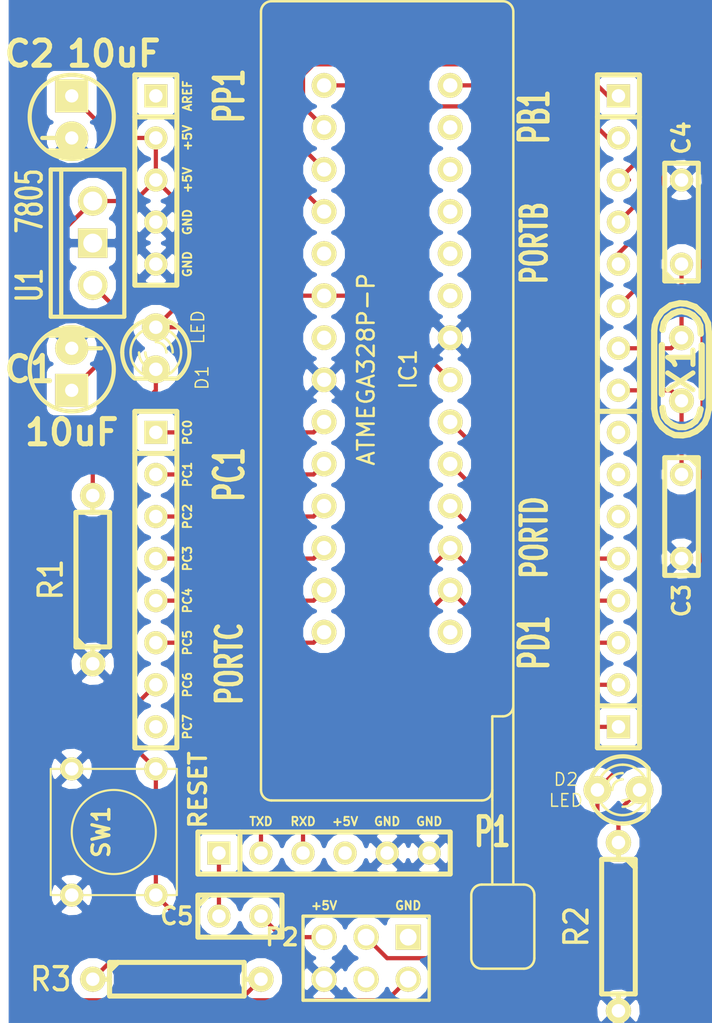
<source format=kicad_pcb>
(kicad_pcb (version 3) (host pcbnew "(2014-jan-25)-product")

  (general
    (links 66)
    (no_connects 10)
    (area 123.835886 35.56 169.243829 99.060001)
    (thickness 1.6)
    (drawings 20)
    (tracks 120)
    (zones 0)
    (modules 20)
    (nets 33)
  )

  (page A4)
  (layers
    (15 F.Cu signal)
    (0 B.Cu signal hide)
    (16 B.Adhes user)
    (17 F.Adhes user)
    (18 B.Paste user)
    (19 F.Paste user)
    (20 B.SilkS user)
    (21 F.SilkS user)
    (22 B.Mask user)
    (23 F.Mask user)
    (24 Dwgs.User user)
    (25 Cmts.User user)
    (26 Eco1.User user)
    (27 Eco2.User user)
    (28 Edge.Cuts user)
  )

  (setup
    (last_trace_width 0.254)
    (trace_clearance 0.254)
    (zone_clearance 0.508)
    (zone_45_only no)
    (trace_min 0.254)
    (segment_width 0.2)
    (edge_width 0.1)
    (via_size 0.889)
    (via_drill 0.635)
    (via_min_size 0.889)
    (via_min_drill 0.508)
    (uvia_size 0.508)
    (uvia_drill 0.127)
    (uvias_allowed no)
    (uvia_min_size 0.508)
    (uvia_min_drill 0.127)
    (pcb_text_width 0.3)
    (pcb_text_size 1.5 1.5)
    (mod_edge_width 0.15)
    (mod_text_size 1 1)
    (mod_text_width 0.15)
    (pad_size 1.5 1.5)
    (pad_drill 0.8636)
    (pad_to_mask_clearance 0)
    (aux_axis_origin 0 0)
    (visible_elements 7FFFFFFF)
    (pcbplotparams
      (layerselection 3178497)
      (usegerberextensions true)
      (excludeedgelayer true)
      (linewidth 0.150000)
      (plotframeref false)
      (viasonmask false)
      (mode 1)
      (useauxorigin false)
      (hpglpennumber 1)
      (hpglpenspeed 20)
      (hpglpendiameter 15)
      (hpglpenoverlay 2)
      (psnegative false)
      (psa4output false)
      (plotreference true)
      (plotvalue true)
      (plotothertext true)
      (plotinvisibletext false)
      (padsonsilk false)
      (subtractmaskfromsilk false)
      (outputformat 1)
      (mirror false)
      (drillshape 1)
      (scaleselection 1)
      (outputdirectory ""))
  )

  (net 0 "")
  (net 1 /+5V)
  (net 2 /AREF)
  (net 3 /PB0)
  (net 4 /PB1)
  (net 5 /PB2)
  (net 6 /PB3)
  (net 7 /PB4)
  (net 8 /PB5)
  (net 9 /PB6)
  (net 10 /PB7)
  (net 11 /PC0)
  (net 12 /PC1)
  (net 13 /PC2)
  (net 14 /PC3)
  (net 15 /PC4)
  (net 16 /PC5)
  (net 17 /PC7)
  (net 18 /PD2)
  (net 19 /PD3)
  (net 20 /PD4)
  (net 21 /PD5)
  (net 22 /PD6)
  (net 23 /PD7)
  (net 24 /RESET)
  (net 25 /RXD)
  (net 26 /TXD)
  (net 27 GND)
  (net 28 "Net-(C5-Pad1)")
  (net 29 "Net-(D1-Pad2)")
  (net 30 "Net-(D2-Pad2)")
  (net 31 "Net-(IC1-Pad21)")
  (net 32 VCC)

  (net_class Default "This is the default net class."
    (clearance 0.254)
    (trace_width 0.254)
    (via_dia 0.889)
    (via_drill 0.635)
    (uvia_dia 0.508)
    (uvia_drill 0.127)
    (add_net /+5V)
    (add_net /AREF)
    (add_net /PB0)
    (add_net /PB1)
    (add_net /PB2)
    (add_net /PB3)
    (add_net /PB4)
    (add_net /PB5)
    (add_net /PB6)
    (add_net /PB7)
    (add_net /PC0)
    (add_net /PC1)
    (add_net /PC2)
    (add_net /PC3)
    (add_net /PC4)
    (add_net /PC5)
    (add_net /PC7)
    (add_net /PD2)
    (add_net /PD3)
    (add_net /PD4)
    (add_net /PD5)
    (add_net /PD6)
    (add_net /PD7)
    (add_net /RESET)
    (add_net /RXD)
    (add_net /TXD)
    (add_net GND)
    (add_net "Net-(C5-Pad1)")
    (add_net "Net-(D1-Pad2)")
    (add_net "Net-(D2-Pad2)")
    (add_net "Net-(IC1-Pad21)")
    (add_net VCC)
  )

  (module capacitors:CP_5x6mm (layer F.Cu) (tedit 534FF1FA) (tstamp 534E230D)
    (at 128.27 58.42)
    (descr "Capacitor, pol, cyl 5x6mm")
    (path /534CB7BE)
    (fp_text reference C1 (at -2.54 0) (layer F.SilkS)
      (effects (font (thickness 0.3048)))
    )
    (fp_text value 10uF (at 0 3.81) (layer F.SilkS)
      (effects (font (thickness 0.3048)))
    )
    (fp_line (start 0.889 -1.27) (end 1.778 -1.27) (layer F.SilkS) (width 0.254))
    (fp_line (start 1.016 -2.286) (end -1.016 -2.286) (layer F.SilkS) (width 0.254))
    (fp_line (start -1.016 -2.286) (end -1.016 -2.159) (layer F.SilkS) (width 0.254))
    (fp_line (start -1.016 -2.159) (end 1.016 -2.159) (layer F.SilkS) (width 0.254))
    (fp_line (start -1.524 -2.032) (end 1.524 -2.032) (layer F.SilkS) (width 0.254))
    (fp_circle (center 0 0) (end -2.54 0) (layer F.SilkS) (width 0.254))
    (pad 1 thru_hole rect (at 0 1.27) (size 1.99898 1.99898) (drill 0.8001) (layers *.Cu *.Mask F.SilkS)
      (net 32 VCC))
    (pad 2 thru_hole circle (at 0 -1.27) (size 1.99898 1.99898) (drill 0.8001) (layers *.Cu *.Mask F.SilkS)
      (net 27 GND))
    (model discret/capacitor/cp_5x6mm.wrl
      (at (xyz 0 0 0))
      (scale (xyz 1 1 1))
      (rotate (xyz 0 0 0))
    )
  )

  (module capacitors:CP_5x6mm (layer F.Cu) (tedit 534FF1ED) (tstamp 534E2319)
    (at 128.27 43.18 180)
    (descr "Capacitor, pol, cyl 5x6mm")
    (path /534CB7E4)
    (fp_text reference C2 (at 2.54 3.81 180) (layer F.SilkS)
      (effects (font (thickness 0.3048)))
    )
    (fp_text value 10uF (at -2.54 3.81 180) (layer F.SilkS)
      (effects (font (thickness 0.3048)))
    )
    (fp_line (start 0.889 -1.27) (end 1.778 -1.27) (layer F.SilkS) (width 0.254))
    (fp_line (start 1.016 -2.286) (end -1.016 -2.286) (layer F.SilkS) (width 0.254))
    (fp_line (start -1.016 -2.286) (end -1.016 -2.159) (layer F.SilkS) (width 0.254))
    (fp_line (start -1.016 -2.159) (end 1.016 -2.159) (layer F.SilkS) (width 0.254))
    (fp_line (start -1.524 -2.032) (end 1.524 -2.032) (layer F.SilkS) (width 0.254))
    (fp_circle (center 0 0) (end -2.54 0) (layer F.SilkS) (width 0.254))
    (pad 1 thru_hole rect (at 0 1.27 180) (size 1.99898 1.99898) (drill 0.8001) (layers *.Cu *.Mask F.SilkS)
      (net 1 /+5V))
    (pad 2 thru_hole circle (at 0 -1.27 180) (size 1.99898 1.99898) (drill 0.8001) (layers *.Cu *.Mask F.SilkS)
      (net 27 GND))
    (model discret/capacitor/cp_5x6mm.wrl
      (at (xyz 0 0 0))
      (scale (xyz 1 1 1))
      (rotate (xyz 0 0 0))
    )
  )

  (module discret:C2 (layer F.Cu) (tedit 5353319E) (tstamp 534F54B9)
    (at 165.1 67.31 270)
    (descr "Condensateur = 2 pas")
    (tags C)
    (path /534CBCD4)
    (fp_text reference C3 (at 5.08 0 270) (layer F.SilkS)
      (effects (font (size 1.016 1.016) (thickness 0.2032)))
    )
    (fp_text value 22pF (at 0 0 270) (layer F.SilkS) hide
      (effects (font (size 1.016 1.016) (thickness 0.2032)))
    )
    (fp_line (start -3.556 -1.016) (end 3.556 -1.016) (layer F.SilkS) (width 0.3048))
    (fp_line (start 3.556 -1.016) (end 3.556 1.016) (layer F.SilkS) (width 0.3048))
    (fp_line (start 3.556 1.016) (end -3.556 1.016) (layer F.SilkS) (width 0.3048))
    (fp_line (start -3.556 1.016) (end -3.556 -1.016) (layer F.SilkS) (width 0.3048))
    (fp_line (start -3.556 -0.508) (end -3.048 -1.016) (layer F.SilkS) (width 0.3048))
    (pad 1 thru_hole circle (at -2.54 0 270) (size 1.397 1.397) (drill 0.8128) (layers *.Cu *.Mask F.SilkS)
      (net 10 /PB7))
    (pad 2 thru_hole circle (at 2.54 0 270) (size 1.397 1.397) (drill 0.8128) (layers *.Cu *.Mask F.SilkS)
      (net 27 GND))
    (model discret/capa_2pas_5x5mm.wrl
      (at (xyz 0 0 0))
      (scale (xyz 1 1 1))
      (rotate (xyz 0 0 0))
    )
  )

  (module discret:C2 (layer F.Cu) (tedit 53533197) (tstamp 534E232F)
    (at 165.1 49.53 90)
    (descr "Condensateur = 2 pas")
    (tags C)
    (path /534CBCF0)
    (fp_text reference C4 (at 5.08 0 90) (layer F.SilkS)
      (effects (font (size 1.016 1.016) (thickness 0.2032)))
    )
    (fp_text value 22pF (at 0 0 90) (layer F.SilkS) hide
      (effects (font (size 1.016 1.016) (thickness 0.2032)))
    )
    (fp_line (start -3.556 -1.016) (end 3.556 -1.016) (layer F.SilkS) (width 0.3048))
    (fp_line (start 3.556 -1.016) (end 3.556 1.016) (layer F.SilkS) (width 0.3048))
    (fp_line (start 3.556 1.016) (end -3.556 1.016) (layer F.SilkS) (width 0.3048))
    (fp_line (start -3.556 1.016) (end -3.556 -1.016) (layer F.SilkS) (width 0.3048))
    (fp_line (start -3.556 -0.508) (end -3.048 -1.016) (layer F.SilkS) (width 0.3048))
    (pad 1 thru_hole circle (at -2.54 0 90) (size 1.397 1.397) (drill 0.8128) (layers *.Cu *.Mask F.SilkS)
      (net 9 /PB6))
    (pad 2 thru_hole circle (at 2.54 0 90) (size 1.397 1.397) (drill 0.8128) (layers *.Cu *.Mask F.SilkS)
      (net 27 GND))
    (model discret/capa_2pas_5x5mm.wrl
      (at (xyz 0 0 0))
      (scale (xyz 1 1 1))
      (rotate (xyz 0 0 0))
    )
  )

  (module discret:C1 (layer F.Cu) (tedit 534FF168) (tstamp 534E233A)
    (at 138.43 91.44)
    (descr "Condensateur e = 1 pas")
    (tags C)
    (path /534E076B)
    (fp_text reference C5 (at -3.81 0) (layer F.SilkS)
      (effects (font (size 1.016 1.016) (thickness 0.2032)))
    )
    (fp_text value 0.1uF (at -5.08 1.27) (layer F.SilkS) hide
      (effects (font (size 1.016 1.016) (thickness 0.2032)))
    )
    (fp_line (start -2.4892 -1.27) (end 2.54 -1.27) (layer F.SilkS) (width 0.3048))
    (fp_line (start 2.54 -1.27) (end 2.54 1.27) (layer F.SilkS) (width 0.3048))
    (fp_line (start 2.54 1.27) (end -2.54 1.27) (layer F.SilkS) (width 0.3048))
    (fp_line (start -2.54 1.27) (end -2.54 -1.27) (layer F.SilkS) (width 0.3048))
    (fp_line (start -2.54 -0.635) (end -1.905 -1.27) (layer F.SilkS) (width 0.3048))
    (pad 1 thru_hole circle (at -1.27 0) (size 1.397 1.397) (drill 0.8128) (layers *.Cu *.Mask F.SilkS)
      (net 28 "Net-(C5-Pad1)"))
    (pad 2 thru_hole circle (at 1.27 0) (size 1.397 1.397) (drill 0.8128) (layers *.Cu *.Mask F.SilkS)
      (net 24 /RESET))
    (model discret/capa_1_pas.wrl
      (at (xyz 0 0 0))
      (scale (xyz 1 1 1))
      (rotate (xyz 0 0 0))
    )
  )

  (module led:LED-3MM (layer F.Cu) (tedit 534FF208) (tstamp 534E2353)
    (at 133.35 57.15 270)
    (descr "LED 3mm - Lead pitch 100mil (2,54mm)")
    (tags "LED led 3mm 3MM 100mil 2,54mm")
    (path /534CB9E9)
    (fp_text reference D1 (at 1.778 -2.794 270) (layer F.SilkS)
      (effects (font (size 0.762 0.762) (thickness 0.0889)))
    )
    (fp_text value LED (at -1.27 -2.54 450) (layer F.SilkS)
      (effects (font (size 0.762 0.762) (thickness 0.0889)))
    )
    (fp_line (start 1.8288 1.27) (end 1.8288 -1.27) (layer F.SilkS) (width 0.254))
    (fp_arc (start 0.254 0) (end -1.27 0) (angle 39.8) (layer F.SilkS) (width 0.1524))
    (fp_arc (start 0.254 0) (end -0.88392 1.01092) (angle 41.6) (layer F.SilkS) (width 0.1524))
    (fp_arc (start 0.254 0) (end 1.4097 -0.9906) (angle 40.6) (layer F.SilkS) (width 0.1524))
    (fp_arc (start 0.254 0) (end 1.778 0) (angle 39.8) (layer F.SilkS) (width 0.1524))
    (fp_arc (start 0.254 0) (end 0.254 -1.524) (angle 54.4) (layer F.SilkS) (width 0.1524))
    (fp_arc (start 0.254 0) (end -0.9652 -0.9144) (angle 53.1) (layer F.SilkS) (width 0.1524))
    (fp_arc (start 0.254 0) (end 1.45542 0.93472) (angle 52.1) (layer F.SilkS) (width 0.1524))
    (fp_arc (start 0.254 0) (end 0.254 1.524) (angle 52.1) (layer F.SilkS) (width 0.1524))
    (fp_arc (start 0.254 0) (end -0.381 0) (angle 90) (layer F.SilkS) (width 0.1524))
    (fp_arc (start 0.254 0) (end -0.762 0) (angle 90) (layer F.SilkS) (width 0.1524))
    (fp_arc (start 0.254 0) (end 0.889 0) (angle 90) (layer F.SilkS) (width 0.1524))
    (fp_arc (start 0.254 0) (end 1.27 0) (angle 90) (layer F.SilkS) (width 0.1524))
    (fp_arc (start 0.254 0) (end 0.254 -2.032) (angle 50.1) (layer F.SilkS) (width 0.254))
    (fp_arc (start 0.254 0) (end -1.5367 -0.95504) (angle 61.9) (layer F.SilkS) (width 0.254))
    (fp_arc (start 0.254 0) (end 1.8034 1.31064) (angle 49.7) (layer F.SilkS) (width 0.254))
    (fp_arc (start 0.254 0) (end 0.254 2.032) (angle 60.2) (layer F.SilkS) (width 0.254))
    (fp_arc (start 0.254 0) (end -1.778 0) (angle 28.3) (layer F.SilkS) (width 0.254))
    (fp_arc (start 0.254 0) (end -1.47574 1.06426) (angle 31.6) (layer F.SilkS) (width 0.254))
    (pad 1 thru_hole circle (at -1.27 0 270) (size 1.6764 1.6764) (drill 0.8128) (layers *.Cu *.Mask F.SilkS)
      (net 1 /+5V))
    (pad 2 thru_hole circle (at 1.27 0 270) (size 1.6764 1.6764) (drill 0.8128) (layers *.Cu *.Mask F.SilkS)
      (net 29 "Net-(D1-Pad2)"))
    (model discret/leds/led3_vertical_verde.wrl
      (at (xyz 0 0 0))
      (scale (xyz 1 1 1))
      (rotate (xyz 0 0 0))
    )
  )

  (module led:LED-3MM (layer F.Cu) (tedit 534FF558) (tstamp 534E236C)
    (at 161.29 83.82)
    (descr "LED 3mm - Lead pitch 100mil (2,54mm)")
    (tags "LED led 3mm 3MM 100mil 2,54mm")
    (path /534CBA03)
    (fp_text reference D2 (at -3.175 -0.635) (layer F.SilkS)
      (effects (font (size 0.762 0.762) (thickness 0.0889)))
    )
    (fp_text value LED (at -3.175 0.635) (layer F.SilkS)
      (effects (font (size 0.762 0.762) (thickness 0.0889)))
    )
    (fp_line (start 1.8288 1.27) (end 1.8288 -1.27) (layer F.SilkS) (width 0.254))
    (fp_arc (start 0.254 0) (end -1.27 0) (angle 39.8) (layer F.SilkS) (width 0.1524))
    (fp_arc (start 0.254 0) (end -0.88392 1.01092) (angle 41.6) (layer F.SilkS) (width 0.1524))
    (fp_arc (start 0.254 0) (end 1.4097 -0.9906) (angle 40.6) (layer F.SilkS) (width 0.1524))
    (fp_arc (start 0.254 0) (end 1.778 0) (angle 39.8) (layer F.SilkS) (width 0.1524))
    (fp_arc (start 0.254 0) (end 0.254 -1.524) (angle 54.4) (layer F.SilkS) (width 0.1524))
    (fp_arc (start 0.254 0) (end -0.9652 -0.9144) (angle 53.1) (layer F.SilkS) (width 0.1524))
    (fp_arc (start 0.254 0) (end 1.45542 0.93472) (angle 52.1) (layer F.SilkS) (width 0.1524))
    (fp_arc (start 0.254 0) (end 0.254 1.524) (angle 52.1) (layer F.SilkS) (width 0.1524))
    (fp_arc (start 0.254 0) (end -0.381 0) (angle 90) (layer F.SilkS) (width 0.1524))
    (fp_arc (start 0.254 0) (end -0.762 0) (angle 90) (layer F.SilkS) (width 0.1524))
    (fp_arc (start 0.254 0) (end 0.889 0) (angle 90) (layer F.SilkS) (width 0.1524))
    (fp_arc (start 0.254 0) (end 1.27 0) (angle 90) (layer F.SilkS) (width 0.1524))
    (fp_arc (start 0.254 0) (end 0.254 -2.032) (angle 50.1) (layer F.SilkS) (width 0.254))
    (fp_arc (start 0.254 0) (end -1.5367 -0.95504) (angle 61.9) (layer F.SilkS) (width 0.254))
    (fp_arc (start 0.254 0) (end 1.8034 1.31064) (angle 49.7) (layer F.SilkS) (width 0.254))
    (fp_arc (start 0.254 0) (end 0.254 2.032) (angle 60.2) (layer F.SilkS) (width 0.254))
    (fp_arc (start 0.254 0) (end -1.778 0) (angle 28.3) (layer F.SilkS) (width 0.254))
    (fp_arc (start 0.254 0) (end -1.47574 1.06426) (angle 31.6) (layer F.SilkS) (width 0.254))
    (pad 1 thru_hole circle (at -1.27 0) (size 1.6764 1.6764) (drill 0.8128) (layers *.Cu *.Mask F.SilkS)
      (net 8 /PB5))
    (pad 2 thru_hole circle (at 1.27 0) (size 1.6764 1.6764) (drill 0.8128) (layers *.Cu *.Mask F.SilkS)
      (net 30 "Net-(D2-Pad2)"))
    (model discret/leds/led3_vertical_verde.wrl
      (at (xyz 0 0 0))
      (scale (xyz 1 1 1))
      (rotate (xyz 0 0 0))
    )
  )

  (module connect:SIL-6 (layer F.Cu) (tedit 534F5870) (tstamp 534E23A2)
    (at 143.51 87.63)
    (descr "Connecteur 6 pins")
    (tags "CONN DEV")
    (path /534D4AAC)
    (fp_text reference P1 (at 10.16 -1.27) (layer F.SilkS)
      (effects (font (size 1.72974 1.08712) (thickness 0.3048)))
    )
    (fp_text value FTDI (at 10.16 1.27) (layer F.SilkS) hide
      (effects (font (size 1.524 1.016) (thickness 0.3048)))
    )
    (fp_line (start -7.62 1.27) (end -7.62 -1.27) (layer F.SilkS) (width 0.3048))
    (fp_line (start -7.62 -1.27) (end 7.62 -1.27) (layer F.SilkS) (width 0.3048))
    (fp_line (start 7.62 -1.27) (end 7.62 1.27) (layer F.SilkS) (width 0.3048))
    (fp_line (start 7.62 1.27) (end -7.62 1.27) (layer F.SilkS) (width 0.3048))
    (fp_line (start -5.08 1.27) (end -5.08 -1.27) (layer F.SilkS) (width 0.3048))
    (pad 1 thru_hole rect (at -6.35 0) (size 1.397 1.397) (drill 0.8128) (layers *.Cu *.Mask F.SilkS)
      (net 28 "Net-(C5-Pad1)"))
    (pad 2 thru_hole circle (at -3.81 0) (size 1.397 1.397) (drill 0.8128) (layers *.Cu *.Mask F.SilkS)
      (net 26 /TXD))
    (pad 3 thru_hole circle (at -1.27 0) (size 1.397 1.397) (drill 0.8128) (layers *.Cu *.Mask F.SilkS)
      (net 25 /RXD))
    (pad 4 thru_hole circle (at 1.27 0) (size 1.397 1.397) (drill 0.8128) (layers *.Cu *.Mask F.SilkS)
      (net 1 /+5V))
    (pad 5 thru_hole circle (at 3.81 0) (size 1.397 1.397) (drill 0.8128) (layers *.Cu *.Mask F.SilkS)
      (net 27 GND))
    (pad 6 thru_hole circle (at 6.35 0) (size 1.397 1.397) (drill 0.8128) (layers *.Cu *.Mask F.SilkS)
      (net 27 GND))
  )

  (module pin_array:pin_array_3x2 (layer F.Cu) (tedit 535331CB) (tstamp 534E23B0)
    (at 146.05 93.98 180)
    (descr "Double rangee de contacts 2 x 4 pins")
    (tags CONN)
    (path /534E0CED)
    (fp_text reference P2 (at 5.08 1.27 180) (layer F.SilkS)
      (effects (font (size 1.016 1.016) (thickness 0.2032)))
    )
    (fp_text value ICSP (at 5.08 2.54 180) (layer F.SilkS) hide
      (effects (font (size 1.016 1.016) (thickness 0.2032)))
    )
    (fp_line (start 3.81 2.54) (end -3.81 2.54) (layer F.SilkS) (width 0.2032))
    (fp_line (start -3.81 -2.54) (end 3.81 -2.54) (layer F.SilkS) (width 0.2032))
    (fp_line (start 3.81 -2.54) (end 3.81 2.54) (layer F.SilkS) (width 0.2032))
    (fp_line (start -3.81 2.54) (end -3.81 -2.54) (layer F.SilkS) (width 0.2032))
    (pad 1 thru_hole rect (at -2.54 1.27 180) (size 1.524 1.524) (drill 1.016) (layers *.Cu *.Mask F.SilkS)
      (net 7 /PB4))
    (pad 2 thru_hole circle (at -2.54 -1.27 180) (size 1.524 1.524) (drill 1.016) (layers *.Cu *.Mask F.SilkS)
      (net 1 /+5V))
    (pad 3 thru_hole circle (at 0 1.27 180) (size 1.524 1.524) (drill 1.016) (layers *.Cu *.Mask F.SilkS)
      (net 8 /PB5))
    (pad 4 thru_hole circle (at 0 -1.27 180) (size 1.524 1.524) (drill 1.016) (layers *.Cu *.Mask F.SilkS)
      (net 6 /PB3))
    (pad 5 thru_hole circle (at 2.54 1.27 180) (size 1.524 1.524) (drill 1.016) (layers *.Cu *.Mask F.SilkS)
      (net 24 /RESET))
    (pad 6 thru_hole circle (at 2.54 -1.27 180) (size 1.524 1.524) (drill 1.016) (layers *.Cu *.Mask F.SilkS)
      (net 27 GND))
    (model pin_array/pins_array_3x2.wrl
      (at (xyz 0 0 0))
      (scale (xyz 1 1 1))
      (rotate (xyz 0 0 0))
    )
  )

  (module connect:SIL-8 (layer F.Cu) (tedit 534FF57F) (tstamp 534E23C1)
    (at 161.29 50.8 270)
    (descr "Connecteur 8 pins")
    (tags "CONN DEV")
    (path /534E17F6)
    (fp_text reference PB1 (at -7.62 5.08 270) (layer F.SilkS)
      (effects (font (size 1.72974 1.08712) (thickness 0.3048)))
    )
    (fp_text value PORTB (at 0 5.08 270) (layer F.SilkS)
      (effects (font (size 1.524 1.016) (thickness 0.3048)))
    )
    (fp_line (start -10.16 -1.27) (end 10.16 -1.27) (layer F.SilkS) (width 0.3048))
    (fp_line (start 10.16 -1.27) (end 10.16 1.27) (layer F.SilkS) (width 0.3048))
    (fp_line (start 10.16 1.27) (end -10.16 1.27) (layer F.SilkS) (width 0.3048))
    (fp_line (start -10.16 1.27) (end -10.16 -1.27) (layer F.SilkS) (width 0.3048))
    (fp_line (start -7.62 1.27) (end -7.62 -1.27) (layer F.SilkS) (width 0.3048))
    (pad 1 thru_hole rect (at -8.89 0 270) (size 1.397 1.397) (drill 0.8128) (layers *.Cu *.Mask F.SilkS)
      (net 3 /PB0))
    (pad 2 thru_hole circle (at -6.35 0 270) (size 1.397 1.397) (drill 0.8128) (layers *.Cu *.Mask F.SilkS)
      (net 4 /PB1))
    (pad 3 thru_hole circle (at -3.81 0 270) (size 1.397 1.397) (drill 0.8128) (layers *.Cu *.Mask F.SilkS)
      (net 5 /PB2))
    (pad 4 thru_hole circle (at -1.27 0 270) (size 1.397 1.397) (drill 0.8128) (layers *.Cu *.Mask F.SilkS)
      (net 6 /PB3))
    (pad 5 thru_hole circle (at 1.27 0 270) (size 1.397 1.397) (drill 0.8128) (layers *.Cu *.Mask F.SilkS)
      (net 7 /PB4))
    (pad 6 thru_hole circle (at 3.81 0 270) (size 1.397 1.397) (drill 0.8128) (layers *.Cu *.Mask F.SilkS)
      (net 8 /PB5))
    (pad 7 thru_hole circle (at 6.35 0 270) (size 1.397 1.397) (drill 0.8128) (layers *.Cu *.Mask F.SilkS)
      (net 9 /PB6))
    (pad 8 thru_hole circle (at 8.89 0 270) (size 1.397 1.397) (drill 0.8128) (layers *.Cu *.Mask F.SilkS)
      (net 10 /PB7))
  )

  (module connect:SIL-8 (layer F.Cu) (tedit 534FF571) (tstamp 534E23D2)
    (at 133.35 71.12 270)
    (descr "Connecteur 8 pins")
    (tags "CONN DEV")
    (path /534E180A)
    (fp_text reference PC1 (at -6.35 -4.445 270) (layer F.SilkS)
      (effects (font (size 1.72974 1.08712) (thickness 0.3048)))
    )
    (fp_text value PORTC (at 5.08 -4.445 270) (layer F.SilkS)
      (effects (font (size 1.524 1.016) (thickness 0.3048)))
    )
    (fp_line (start -10.16 -1.27) (end 10.16 -1.27) (layer F.SilkS) (width 0.3048))
    (fp_line (start 10.16 -1.27) (end 10.16 1.27) (layer F.SilkS) (width 0.3048))
    (fp_line (start 10.16 1.27) (end -10.16 1.27) (layer F.SilkS) (width 0.3048))
    (fp_line (start -10.16 1.27) (end -10.16 -1.27) (layer F.SilkS) (width 0.3048))
    (fp_line (start -7.62 1.27) (end -7.62 -1.27) (layer F.SilkS) (width 0.3048))
    (pad 1 thru_hole rect (at -8.89 0 270) (size 1.397 1.397) (drill 0.8128) (layers *.Cu *.Mask F.SilkS)
      (net 11 /PC0))
    (pad 2 thru_hole circle (at -6.35 0 270) (size 1.397 1.397) (drill 0.8128) (layers *.Cu *.Mask F.SilkS)
      (net 12 /PC1))
    (pad 3 thru_hole circle (at -3.81 0 270) (size 1.397 1.397) (drill 0.8128) (layers *.Cu *.Mask F.SilkS)
      (net 13 /PC2))
    (pad 4 thru_hole circle (at -1.27 0 270) (size 1.397 1.397) (drill 0.8128) (layers *.Cu *.Mask F.SilkS)
      (net 14 /PC3))
    (pad 5 thru_hole circle (at 1.27 0 270) (size 1.397 1.397) (drill 0.8128) (layers *.Cu *.Mask F.SilkS)
      (net 15 /PC4))
    (pad 6 thru_hole circle (at 3.81 0 270) (size 1.397 1.397) (drill 0.8128) (layers *.Cu *.Mask F.SilkS)
      (net 16 /PC5))
    (pad 7 thru_hole circle (at 6.35 0 270) (size 1.397 1.397) (drill 0.8128) (layers *.Cu *.Mask F.SilkS)
      (net 24 /RESET))
    (pad 8 thru_hole circle (at 8.89 0 270) (size 1.397 1.397) (drill 0.8128) (layers *.Cu *.Mask F.SilkS)
      (net 17 /PC7))
  )

  (module connect:SIL-8 (layer F.Cu) (tedit 534FF23C) (tstamp 534E23E3)
    (at 161.29 71.12 90)
    (descr "Connecteur 8 pins")
    (tags "CONN DEV")
    (path /534E181E)
    (fp_text reference PD1 (at -3.81 -5.08 90) (layer F.SilkS)
      (effects (font (size 1.72974 1.08712) (thickness 0.3048)))
    )
    (fp_text value PORTD (at 2.54 -5.08 270) (layer F.SilkS)
      (effects (font (size 1.524 1.016) (thickness 0.3048)))
    )
    (fp_line (start -10.16 -1.27) (end 10.16 -1.27) (layer F.SilkS) (width 0.3048))
    (fp_line (start 10.16 -1.27) (end 10.16 1.27) (layer F.SilkS) (width 0.3048))
    (fp_line (start 10.16 1.27) (end -10.16 1.27) (layer F.SilkS) (width 0.3048))
    (fp_line (start -10.16 1.27) (end -10.16 -1.27) (layer F.SilkS) (width 0.3048))
    (fp_line (start -7.62 1.27) (end -7.62 -1.27) (layer F.SilkS) (width 0.3048))
    (pad 1 thru_hole rect (at -8.89 0 90) (size 1.397 1.397) (drill 0.8128) (layers *.Cu *.Mask F.SilkS)
      (net 25 /RXD))
    (pad 2 thru_hole circle (at -6.35 0 90) (size 1.397 1.397) (drill 0.8128) (layers *.Cu *.Mask F.SilkS)
      (net 26 /TXD))
    (pad 3 thru_hole circle (at -3.81 0 90) (size 1.397 1.397) (drill 0.8128) (layers *.Cu *.Mask F.SilkS)
      (net 18 /PD2))
    (pad 4 thru_hole circle (at -1.27 0 90) (size 1.397 1.397) (drill 0.8128) (layers *.Cu *.Mask F.SilkS)
      (net 19 /PD3))
    (pad 5 thru_hole circle (at 1.27 0 90) (size 1.397 1.397) (drill 0.8128) (layers *.Cu *.Mask F.SilkS)
      (net 20 /PD4))
    (pad 6 thru_hole circle (at 3.81 0 90) (size 1.397 1.397) (drill 0.8128) (layers *.Cu *.Mask F.SilkS)
      (net 21 /PD5))
    (pad 7 thru_hole circle (at 6.35 0 90) (size 1.397 1.397) (drill 0.8128) (layers *.Cu *.Mask F.SilkS)
      (net 22 /PD6))
    (pad 8 thru_hole circle (at 8.89 0 90) (size 1.397 1.397) (drill 0.8128) (layers *.Cu *.Mask F.SilkS)
      (net 23 /PD7))
  )

  (module connect:SIL-5 (layer F.Cu) (tedit 534FF577) (tstamp 534E23F1)
    (at 133.35 48.26 270)
    (descr "Connecteur 5 pins")
    (tags "CONN DEV")
    (path /534E259C)
    (fp_text reference PP1 (at -6.35 -4.445 270) (layer F.SilkS)
      (effects (font (size 1.72974 1.08712) (thickness 0.3048)))
    )
    (fp_text value PWRPORT (at 1.27 -4.445 270) (layer F.SilkS) hide
      (effects (font (size 1.524 1.016) (thickness 0.3048)))
    )
    (fp_line (start -7.62 1.27) (end -7.62 -1.27) (layer F.SilkS) (width 0.3048))
    (fp_line (start -7.62 -1.27) (end 5.08 -1.27) (layer F.SilkS) (width 0.3048))
    (fp_line (start 5.08 -1.27) (end 5.08 1.27) (layer F.SilkS) (width 0.3048))
    (fp_line (start 5.08 1.27) (end -7.62 1.27) (layer F.SilkS) (width 0.3048))
    (fp_line (start -5.08 1.27) (end -5.08 -1.27) (layer F.SilkS) (width 0.3048))
    (pad 1 thru_hole rect (at -6.35 0 270) (size 1.397 1.397) (drill 0.8128) (layers *.Cu *.Mask F.SilkS)
      (net 2 /AREF))
    (pad 2 thru_hole circle (at -3.81 0 270) (size 1.397 1.397) (drill 0.8128) (layers *.Cu *.Mask F.SilkS)
      (net 1 /+5V))
    (pad 3 thru_hole circle (at -1.27 0 270) (size 1.397 1.397) (drill 0.8128) (layers *.Cu *.Mask F.SilkS)
      (net 1 /+5V))
    (pad 4 thru_hole circle (at 1.27 0 270) (size 1.397 1.397) (drill 0.8128) (layers *.Cu *.Mask F.SilkS)
      (net 27 GND))
    (pad 5 thru_hole circle (at 3.81 0 270) (size 1.397 1.397) (drill 0.8128) (layers *.Cu *.Mask F.SilkS)
      (net 27 GND))
  )

  (module discret:R4 (layer F.Cu) (tedit 534F577C) (tstamp 534E23FF)
    (at 129.54 71.12 90)
    (descr "Resitance 4 pas")
    (tags R)
    (path /534CB713)
    (autoplace_cost180 10)
    (fp_text reference R1 (at 0 -2.54 90) (layer F.SilkS)
      (effects (font (size 1.397 1.27) (thickness 0.2032)))
    )
    (fp_text value 220 (at 0 0 90) (layer F.SilkS) hide
      (effects (font (size 1.397 1.27) (thickness 0.2032)))
    )
    (fp_line (start -5.08 0) (end -4.064 0) (layer F.SilkS) (width 0.3048))
    (fp_line (start -4.064 0) (end -4.064 -1.016) (layer F.SilkS) (width 0.3048))
    (fp_line (start -4.064 -1.016) (end 4.064 -1.016) (layer F.SilkS) (width 0.3048))
    (fp_line (start 4.064 -1.016) (end 4.064 1.016) (layer F.SilkS) (width 0.3048))
    (fp_line (start 4.064 1.016) (end -4.064 1.016) (layer F.SilkS) (width 0.3048))
    (fp_line (start -4.064 1.016) (end -4.064 0) (layer F.SilkS) (width 0.3048))
    (fp_line (start -4.064 -0.508) (end -3.556 -1.016) (layer F.SilkS) (width 0.3048))
    (fp_line (start 5.08 0) (end 4.064 0) (layer F.SilkS) (width 0.3048))
    (pad 1 thru_hole circle (at -5.08 0 90) (size 1.524 1.524) (drill 0.8128) (layers *.Cu *.Mask F.SilkS)
      (net 27 GND))
    (pad 2 thru_hole circle (at 5.08 0 90) (size 1.524 1.524) (drill 0.8128) (layers *.Cu *.Mask F.SilkS)
      (net 29 "Net-(D1-Pad2)"))
    (model discret/resistor.wrl
      (at (xyz 0 0 0))
      (scale (xyz 0.4 0.4 0.4))
      (rotate (xyz 0 0 0))
    )
  )

  (module discret:R4 (layer F.Cu) (tedit 534F57E3) (tstamp 534E240D)
    (at 161.29 92.075 270)
    (descr "Resitance 4 pas")
    (tags R)
    (path /534CB727)
    (autoplace_cost180 10)
    (fp_text reference R2 (at 0 2.54 270) (layer F.SilkS)
      (effects (font (size 1.397 1.27) (thickness 0.2032)))
    )
    (fp_text value 220 (at 0 0 270) (layer F.SilkS) hide
      (effects (font (size 1.397 1.27) (thickness 0.2032)))
    )
    (fp_line (start -5.08 0) (end -4.064 0) (layer F.SilkS) (width 0.3048))
    (fp_line (start -4.064 0) (end -4.064 -1.016) (layer F.SilkS) (width 0.3048))
    (fp_line (start -4.064 -1.016) (end 4.064 -1.016) (layer F.SilkS) (width 0.3048))
    (fp_line (start 4.064 -1.016) (end 4.064 1.016) (layer F.SilkS) (width 0.3048))
    (fp_line (start 4.064 1.016) (end -4.064 1.016) (layer F.SilkS) (width 0.3048))
    (fp_line (start -4.064 1.016) (end -4.064 0) (layer F.SilkS) (width 0.3048))
    (fp_line (start -4.064 -0.508) (end -3.556 -1.016) (layer F.SilkS) (width 0.3048))
    (fp_line (start 5.08 0) (end 4.064 0) (layer F.SilkS) (width 0.3048))
    (pad 1 thru_hole circle (at -5.08 0 270) (size 1.524 1.524) (drill 0.8128) (layers *.Cu *.Mask F.SilkS)
      (net 30 "Net-(D2-Pad2)"))
    (pad 2 thru_hole circle (at 5.08 0 270) (size 1.524 1.524) (drill 0.8128) (layers *.Cu *.Mask F.SilkS)
      (net 27 GND))
    (model discret/resistor.wrl
      (at (xyz 0 0 0))
      (scale (xyz 0.4 0.4 0.4))
      (rotate (xyz 0 0 0))
    )
  )

  (module discret:R4 (layer F.Cu) (tedit 534F5857) (tstamp 534E241B)
    (at 134.62 95.25)
    (descr "Resitance 4 pas")
    (tags R)
    (path /534CB754)
    (autoplace_cost180 10)
    (fp_text reference R3 (at -7.62 0) (layer F.SilkS)
      (effects (font (size 1.397 1.27) (thickness 0.2032)))
    )
    (fp_text value 110k (at 0 0) (layer F.SilkS) hide
      (effects (font (size 1.397 1.27) (thickness 0.2032)))
    )
    (fp_line (start -5.08 0) (end -4.064 0) (layer F.SilkS) (width 0.3048))
    (fp_line (start -4.064 0) (end -4.064 -1.016) (layer F.SilkS) (width 0.3048))
    (fp_line (start -4.064 -1.016) (end 4.064 -1.016) (layer F.SilkS) (width 0.3048))
    (fp_line (start 4.064 -1.016) (end 4.064 1.016) (layer F.SilkS) (width 0.3048))
    (fp_line (start 4.064 1.016) (end -4.064 1.016) (layer F.SilkS) (width 0.3048))
    (fp_line (start -4.064 1.016) (end -4.064 0) (layer F.SilkS) (width 0.3048))
    (fp_line (start -4.064 -0.508) (end -3.556 -1.016) (layer F.SilkS) (width 0.3048))
    (fp_line (start 5.08 0) (end 4.064 0) (layer F.SilkS) (width 0.3048))
    (pad 1 thru_hole circle (at -5.08 0) (size 1.524 1.524) (drill 0.8128) (layers *.Cu *.Mask F.SilkS)
      (net 24 /RESET))
    (pad 2 thru_hole circle (at 5.08 0) (size 1.524 1.524) (drill 0.8128) (layers *.Cu *.Mask F.SilkS)
      (net 1 /+5V))
    (model discret/resistor.wrl
      (at (xyz 0 0 0))
      (scale (xyz 0.4 0.4 0.4))
      (rotate (xyz 0 0 0))
    )
  )

  (module discret:SW_PUSH_SMALL (layer F.Cu) (tedit 534FF2EE) (tstamp 534E2428)
    (at 130.81 86.36 90)
    (path /534CB8A7)
    (fp_text reference SW1 (at 0 -0.762 90) (layer F.SilkS)
      (effects (font (size 1.016 1.016) (thickness 0.2032)))
    )
    (fp_text value RESET (at 2.54 5.08 90) (layer F.SilkS)
      (effects (font (size 1.016 1.016) (thickness 0.2032)))
    )
    (fp_circle (center 0 0) (end 0 -2.54) (layer F.SilkS) (width 0.127))
    (fp_line (start -3.81 -3.81) (end 3.81 -3.81) (layer F.SilkS) (width 0.127))
    (fp_line (start 3.81 -3.81) (end 3.81 3.81) (layer F.SilkS) (width 0.127))
    (fp_line (start 3.81 3.81) (end -3.81 3.81) (layer F.SilkS) (width 0.127))
    (fp_line (start -3.81 -3.81) (end -3.81 3.81) (layer F.SilkS) (width 0.127))
    (pad 1 thru_hole circle (at 3.81 -2.54 90) (size 1.397 1.397) (drill 0.8128) (layers *.Cu *.Mask F.SilkS)
      (net 27 GND))
    (pad 2 thru_hole circle (at 3.81 2.54 90) (size 1.397 1.397) (drill 0.8128) (layers *.Cu *.Mask F.SilkS)
      (net 24 /RESET))
    (pad 1 thru_hole circle (at -3.81 -2.54 90) (size 1.397 1.397) (drill 0.8128) (layers *.Cu *.Mask F.SilkS)
      (net 27 GND))
    (pad 2 thru_hole circle (at -3.81 2.54 90) (size 1.397 1.397) (drill 0.8128) (layers *.Cu *.Mask F.SilkS)
      (net 24 /RESET))
  )

  (module discret:LM78XXV (layer F.Cu) (tedit 534FF1E5) (tstamp 534E2436)
    (at 129.54 50.8 180)
    (descr "Regulateur TO220 serie LM78xx")
    (tags "TR TO220")
    (path /534CB6E6)
    (fp_text reference U1 (at 3.81 -2.54 270) (layer F.SilkS)
      (effects (font (size 1.524 1.016) (thickness 0.2032)))
    )
    (fp_text value 7805 (at 3.81 2.54 270) (layer F.SilkS)
      (effects (font (size 1.524 1.016) (thickness 0.2032)))
    )
    (fp_line (start 1.905 -4.445) (end 2.54 -4.445) (layer F.SilkS) (width 0.254))
    (fp_line (start 2.54 -4.445) (end 2.54 4.445) (layer F.SilkS) (width 0.254))
    (fp_line (start 2.54 4.445) (end 1.905 4.445) (layer F.SilkS) (width 0.254))
    (fp_line (start -1.905 -4.445) (end 1.905 -4.445) (layer F.SilkS) (width 0.254))
    (fp_line (start 1.905 -4.445) (end 1.905 4.445) (layer F.SilkS) (width 0.254))
    (fp_line (start 1.905 4.445) (end -1.905 4.445) (layer F.SilkS) (width 0.254))
    (fp_line (start -1.905 4.445) (end -1.905 -4.445) (layer F.SilkS) (width 0.254))
    (pad VI thru_hole circle (at 0 -2.54 180) (size 1.778 1.778) (drill 1.143) (layers *.Cu *.Mask F.SilkS)
      (net 32 VCC))
    (pad GND thru_hole rect (at 0 0 180) (size 1.778 1.778) (drill 1.143) (layers *.Cu *.Mask F.SilkS)
      (net 27 GND))
    (pad VO thru_hole circle (at 0 2.54 180) (size 1.778 1.778) (drill 1.143) (layers *.Cu *.Mask F.SilkS)
      (net 1 /+5V))
  )

  (module Crystals:Crystal_HC52-U_Vertical (layer F.Cu) (tedit 535331A6) (tstamp 534E2479)
    (at 165.1 58.42 90)
    (descr "Crystal, Quarz, HC52/U, vertical, stehend,")
    (tags "Crystal, Quarz, HC52/U, vertical, stehend,")
    (path /534CB845)
    (fp_text reference X1 (at 0 0 90) (layer F.SilkS)
      (effects (font (thickness 0.3048)))
    )
    (fp_text value 16MHz (at 0 0 90) (layer F.SilkS) hide
      (effects (font (thickness 0.3048)))
    )
    (fp_line (start 1.4605 -1.19126) (end -1.50114 -1.19126) (layer F.SilkS) (width 0.381))
    (fp_line (start 2.21996 1.66116) (end -2.41046 1.66116) (layer F.SilkS) (width 0.381))
    (fp_line (start -1.69926 1.2192) (end 1.45034 1.2192) (layer F.SilkS) (width 0.381))
    (fp_line (start 2.39014 -1.15062) (end 2.80924 -1.06934) (layer F.SilkS) (width 0.381))
    (fp_line (start 2.80924 -1.06934) (end 3.09118 -0.889) (layer F.SilkS) (width 0.381))
    (fp_line (start 3.09118 -0.889) (end 3.35026 -0.55118) (layer F.SilkS) (width 0.381))
    (fp_line (start 3.35026 -0.55118) (end 3.4798 -0.22098) (layer F.SilkS) (width 0.381))
    (fp_line (start 3.4798 -0.22098) (end 3.51028 0.02032) (layer F.SilkS) (width 0.381))
    (fp_line (start 3.51028 0.02032) (end 3.41884 0.40894) (layer F.SilkS) (width 0.381))
    (fp_line (start 3.41884 0.40894) (end 3.25882 0.70104) (layer F.SilkS) (width 0.381))
    (fp_line (start 3.25882 0.70104) (end 2.98958 0.96012) (layer F.SilkS) (width 0.381))
    (fp_line (start 2.98958 0.96012) (end 2.63906 1.1303) (layer F.SilkS) (width 0.381))
    (fp_line (start 2.63906 1.1303) (end 2.14884 1.16078) (layer F.SilkS) (width 0.381))
    (fp_line (start -2.41046 1.15062) (end -2.80924 1.04902) (layer F.SilkS) (width 0.381))
    (fp_line (start -2.80924 1.04902) (end -3.13944 0.84074) (layer F.SilkS) (width 0.381))
    (fp_line (start -3.13944 0.84074) (end -3.36042 0.54102) (layer F.SilkS) (width 0.381))
    (fp_line (start -3.36042 0.54102) (end -3.48996 0.21082) (layer F.SilkS) (width 0.381))
    (fp_line (start -3.48996 0.21082) (end -3.48996 -0.17018) (layer F.SilkS) (width 0.381))
    (fp_line (start -3.48996 -0.17018) (end -3.36042 -0.54102) (layer F.SilkS) (width 0.381))
    (fp_line (start -3.36042 -0.54102) (end -3.12928 -0.8509) (layer F.SilkS) (width 0.381))
    (fp_line (start -3.12928 -0.8509) (end -2.8702 -1.04902) (layer F.SilkS) (width 0.381))
    (fp_line (start -2.8702 -1.04902) (end -2.54 -1.1303) (layer F.SilkS) (width 0.381))
    (fp_line (start -2.54 -1.1303) (end -2.32918 -1.15062) (layer F.SilkS) (width 0.381))
    (fp_line (start -2.39014 -1.651) (end 2.32918 -1.651) (layer F.SilkS) (width 0.381))
    (fp_line (start 2.32918 -1.651) (end 2.66954 -1.61036) (layer F.SilkS) (width 0.381))
    (fp_line (start 2.66954 -1.61036) (end 3.04038 -1.49098) (layer F.SilkS) (width 0.381))
    (fp_line (start 3.04038 -1.49098) (end 3.4798 -1.19126) (layer F.SilkS) (width 0.381))
    (fp_line (start 3.4798 -1.19126) (end 3.8608 -0.6604) (layer F.SilkS) (width 0.381))
    (fp_line (start 3.8608 -0.6604) (end 3.99034 -0.10922) (layer F.SilkS) (width 0.381))
    (fp_line (start 3.99034 -0.10922) (end 3.95986 0.28956) (layer F.SilkS) (width 0.381))
    (fp_line (start 3.95986 0.28956) (end 3.76936 0.83058) (layer F.SilkS) (width 0.381))
    (fp_line (start 3.76936 0.83058) (end 3.2893 1.34874) (layer F.SilkS) (width 0.381))
    (fp_line (start 3.2893 1.34874) (end 2.77876 1.6002) (layer F.SilkS) (width 0.381))
    (fp_line (start 2.77876 1.6002) (end 2.24028 1.651) (layer F.SilkS) (width 0.381))
    (fp_line (start -2.42062 1.64084) (end -2.90068 1.53924) (layer F.SilkS) (width 0.381))
    (fp_line (start -2.90068 1.53924) (end -3.24104 1.39954) (layer F.SilkS) (width 0.381))
    (fp_line (start -3.24104 1.39954) (end -3.52044 1.15062) (layer F.SilkS) (width 0.381))
    (fp_line (start -3.52044 1.15062) (end -3.73888 0.87122) (layer F.SilkS) (width 0.381))
    (fp_line (start -3.73888 0.87122) (end -3.91922 0.45974) (layer F.SilkS) (width 0.381))
    (fp_line (start -3.91922 0.45974) (end -3.99034 0.07112) (layer F.SilkS) (width 0.381))
    (fp_line (start -3.99034 0.07112) (end -3.97002 -0.4191) (layer F.SilkS) (width 0.381))
    (fp_line (start -3.97002 -0.4191) (end -3.77952 -0.82042) (layer F.SilkS) (width 0.381))
    (fp_line (start -3.77952 -0.82042) (end -3.46964 -1.19126) (layer F.SilkS) (width 0.381))
    (fp_line (start -3.46964 -1.19126) (end -3.11912 -1.45034) (layer F.SilkS) (width 0.381))
    (fp_line (start -3.11912 -1.45034) (end -2.77876 -1.57988) (layer F.SilkS) (width 0.381))
    (fp_line (start -2.77876 -1.57988) (end -2.37998 -1.651) (layer F.SilkS) (width 0.381))
    (pad 1 thru_hole circle (at -1.89992 0 90) (size 1.50114 1.50114) (drill 0.8001) (layers *.Cu *.Mask F.SilkS)
      (net 10 /PB7))
    (pad 2 thru_hole circle (at 1.89992 0 90) (size 1.50114 1.50114) (drill 0.8001) (layers *.Cu *.Mask F.SilkS)
      (net 9 /PB6))
  )

  (module apparentlymart:28ZIF300 (layer F.Cu) (tedit 53531DA1) (tstamp 534E2393)
    (at 148.59 58.42 90)
    (path /534CB8EA)
    (fp_text reference IC1 (at 0 0 90) (layer F.SilkS)
      (effects (font (size 1 1) (thickness 0.15)))
    )
    (fp_text value ATMEGA328P-P (at 0 -2.54 90) (layer F.SilkS)
      (effects (font (size 1 1) (thickness 0.15)))
    )
    (fp_line (start -26.035 6.35) (end -31.115 6.35) (layer F.SilkS) (width 0.15))
    (fp_line (start -26.035 5.08) (end -31.115 5.08) (layer F.SilkS) (width 0.15))
    (fp_line (start 21.59 6.35) (end -20.32 6.35) (layer F.SilkS) (width 0.15))
    (fp_line (start 22.225 -8.255) (end 22.225 5.715) (layer F.SilkS) (width 0.15))
    (fp_line (start -25.4 -8.89) (end 21.59 -8.89) (layer F.SilkS) (width 0.15))
    (fp_line (start -26.035 4.445) (end -26.035 -8.255) (layer F.SilkS) (width 0.15))
    (fp_line (start -26.035 6.35) (end -20.32 6.35) (layer F.SilkS) (width 0.15))
    (fp_line (start -20.955 5.08) (end -20.955 5.715) (layer F.SilkS) (width 0.15))
    (fp_arc (start -20.32 5.715) (end -20.32 6.35) (angle 90) (layer F.SilkS) (width 0.15))
    (fp_arc (start -25.4 4.445) (end -25.4 5.08) (angle 90) (layer F.SilkS) (width 0.15))
    (fp_arc (start -25.4 -8.255) (end -26.035 -8.255) (angle 90) (layer F.SilkS) (width 0.15))
    (fp_arc (start 21.59 -8.255) (end 21.59 -8.89) (angle 90) (layer F.SilkS) (width 0.15))
    (fp_arc (start 21.59 5.715) (end 22.225 5.715) (angle 90) (layer F.SilkS) (width 0.15))
    (fp_line (start -20.955 5.08) (end -26.035 5.08) (layer F.SilkS) (width 0.15))
    (fp_line (start -31.115 4.445) (end -31.115 6.985) (layer F.SilkS) (width 0.15))
    (fp_line (start -36.195 6.985) (end -36.195 4.445) (layer F.SilkS) (width 0.15))
    (fp_line (start -35.56 3.81) (end -31.75 3.81) (layer F.SilkS) (width 0.15))
    (fp_line (start -31.75 7.62) (end -35.56 7.62) (layer F.SilkS) (width 0.15))
    (fp_arc (start -31.75 4.445) (end -31.75 3.81) (angle 90) (layer F.SilkS) (width 0.15))
    (fp_arc (start -35.56 4.445) (end -36.195 4.445) (angle 90) (layer F.SilkS) (width 0.15))
    (fp_arc (start -35.56 6.985) (end -35.56 7.62) (angle 90) (layer F.SilkS) (width 0.15))
    (fp_arc (start -31.75 6.985) (end -31.115 6.985) (angle 90) (layer F.SilkS) (width 0.15))
    (pad 7 thru_hole circle (at -0.635 2.54 270) (size 1.5 1.5) (drill 0.8636) (layers *.Cu *.Mask F.SilkS)
      (net 1 /+5V))
    (pad 22 thru_hole circle (at -0.635 -5.08 270) (size 1.5 1.5) (drill 0.8636) (layers *.Cu *.Mask F.SilkS)
      (net 27 GND))
    (pad 8 thru_hole circle (at 1.905 2.54 270) (size 1.5 1.5) (drill 0.8636) (layers *.Cu *.Mask F.SilkS)
      (net 27 GND))
    (pad 21 thru_hole circle (at 1.905 -5.08 270) (size 1.5 1.5) (drill 0.8636) (layers *.Cu *.Mask F.SilkS)
      (net 31 "Net-(IC1-Pad21)"))
    (pad 9 thru_hole circle (at 4.445 2.54 270) (size 1.5 1.5) (drill 0.8636) (layers *.Cu *.Mask F.SilkS)
      (net 9 /PB6))
    (pad 20 thru_hole circle (at 4.445 -5.08 270) (size 1.5 1.5) (drill 0.8636) (layers *.Cu *.Mask F.SilkS)
      (net 1 /+5V))
    (pad 6 thru_hole circle (at -3.175 2.54 270) (size 1.5 1.5) (drill 0.8636) (layers *.Cu *.Mask F.SilkS)
      (net 20 /PD4))
    (pad 23 thru_hole circle (at -3.175 -5.08 270) (size 1.5 1.5) (drill 0.8636) (layers *.Cu *.Mask F.SilkS)
      (net 11 /PC0))
    (pad 10 thru_hole circle (at 6.985 2.54 270) (size 1.5 1.5) (drill 0.8636) (layers *.Cu *.Mask F.SilkS)
      (net 10 /PB7))
    (pad 11 thru_hole circle (at 9.525 2.54 270) (size 1.5 1.5) (drill 0.8636) (layers *.Cu *.Mask F.SilkS)
      (net 21 /PD5))
    (pad 12 thru_hole circle (at 12.065 2.54 270) (size 1.5 1.5) (drill 0.8636) (layers *.Cu *.Mask F.SilkS)
      (net 22 /PD6))
    (pad 13 thru_hole circle (at 14.605 2.54 270) (size 1.5 1.5) (drill 0.8636) (layers *.Cu *.Mask F.SilkS)
      (net 23 /PD7))
    (pad 14 thru_hole circle (at 17.145 2.54 270) (size 1.5 1.5) (drill 0.8636) (layers *.Cu *.Mask F.SilkS)
      (net 3 /PB0))
    (pad 15 thru_hole circle (at 17.145 -5.08 270) (size 1.5 1.5) (drill 0.8636) (layers *.Cu *.Mask F.SilkS)
      (net 4 /PB1))
    (pad 16 thru_hole circle (at 14.605 -5.08 270) (size 1.5 1.5) (drill 0.8636) (layers *.Cu *.Mask F.SilkS)
      (net 5 /PB2))
    (pad 17 thru_hole circle (at 12.065 -5.08 270) (size 1.5 1.5) (drill 0.8636) (layers *.Cu *.Mask F.SilkS)
      (net 6 /PB3))
    (pad 18 thru_hole circle (at 9.525 -5.08 270) (size 1.5 1.5) (drill 0.8636) (layers *.Cu *.Mask F.SilkS)
      (net 7 /PB4))
    (pad 19 thru_hole circle (at 6.985 -5.08 270) (size 1.5 1.5) (drill 0.8636) (layers *.Cu *.Mask F.SilkS)
      (net 8 /PB5))
    (pad 5 thru_hole circle (at -5.715 2.54 270) (size 1.5 1.5) (drill 0.8636) (layers *.Cu *.Mask F.SilkS)
      (net 19 /PD3))
    (pad 4 thru_hole circle (at -8.255 2.54 270) (size 1.5 1.5) (drill 0.8636) (layers *.Cu *.Mask F.SilkS)
      (net 18 /PD2))
    (pad 3 thru_hole circle (at -10.795 2.54 270) (size 1.5 1.5) (drill 0.8636) (layers *.Cu *.Mask F.SilkS)
      (net 26 /TXD))
    (pad 2 thru_hole circle (at -13.335 2.54 270) (size 1.5 1.5) (drill 0.8636) (layers *.Cu *.Mask F.SilkS)
      (net 25 /RXD))
    (pad 1 thru_hole circle (at -15.875 2.54 270) (size 1.5 1.5) (drill 0.8636) (layers *.Cu *.Mask F.SilkS)
      (net 24 /RESET))
    (pad 24 thru_hole circle (at -5.715 -5.08 270) (size 1.5 1.5) (drill 0.8636) (layers *.Cu *.Mask F.SilkS)
      (net 12 /PC1))
    (pad 25 thru_hole circle (at -8.255 -5.08 270) (size 1.5 1.5) (drill 0.8636) (layers *.Cu *.Mask F.SilkS)
      (net 13 /PC2))
    (pad 26 thru_hole circle (at -10.795 -5.08 270) (size 1.5 1.5) (drill 0.8636) (layers *.Cu *.Mask F.SilkS)
      (net 14 /PC3))
    (pad 27 thru_hole circle (at -13.335 -5.08 270) (size 1.5 1.5) (drill 0.8636) (layers *.Cu *.Mask F.SilkS)
      (net 15 /PC4))
    (pad 28 thru_hole circle (at -15.875 -5.08 270) (size 1.5 1.5) (drill 0.8636) (layers *.Cu *.Mask F.SilkS)
      (net 16 /PC5))
    (model ../../kicad-libs/apparentlymart.pretty/28ZIF300.wrl
      (at (xyz -1.025 -0.245 0))
      (scale (xyz 0.01 0.01 0.01))
      (rotate (xyz 0 0 0))
    )
  )

  (gr_text GND (at 148.59 90.805) (layer F.SilkS)
    (effects (font (size 0.5094 0.5094) (thickness 0.1137)))
  )
  (gr_text +5V (at 143.51 90.805) (layer F.SilkS)
    (effects (font (size 0.5094 0.5094) (thickness 0.1137)))
  )
  (gr_text GND (at 147.32 85.725) (layer F.SilkS)
    (effects (font (size 0.5094 0.5094) (thickness 0.1137)))
  )
  (gr_text GND (at 149.86 85.725) (layer F.SilkS)
    (effects (font (size 0.5094 0.5094) (thickness 0.1137)))
  )
  (gr_text +5V (at 144.78 85.725) (layer F.SilkS)
    (effects (font (size 0.5094 0.5094) (thickness 0.1137)))
  )
  (gr_text RXD (at 142.24 85.725) (layer F.SilkS)
    (effects (font (size 0.5094 0.5094) (thickness 0.1137)))
  )
  (gr_text TXD (at 139.7 85.725) (layer F.SilkS)
    (effects (font (size 0.5094 0.5094) (thickness 0.1137)))
  )
  (gr_text PC7 (at 135.255 80.01 90) (layer F.SilkS)
    (effects (font (size 0.5094 0.5094) (thickness 0.1137)))
  )
  (gr_text PC6 (at 135.255 77.47 90) (layer F.SilkS)
    (effects (font (size 0.5094 0.5094) (thickness 0.1137)))
  )
  (gr_text PC5 (at 135.255 74.93 90) (layer F.SilkS)
    (effects (font (size 0.5094 0.5094) (thickness 0.1137)))
  )
  (gr_text PC4 (at 135.255 72.39 90) (layer F.SilkS)
    (effects (font (size 0.5094 0.5094) (thickness 0.1137)))
  )
  (gr_text PC3 (at 135.255 69.85 90) (layer F.SilkS)
    (effects (font (size 0.5094 0.5094) (thickness 0.1137)))
  )
  (gr_text PC2 (at 135.255 67.31 90) (layer F.SilkS)
    (effects (font (size 0.5094 0.5094) (thickness 0.1137)))
  )
  (gr_text PC1 (at 135.255 64.77 90) (layer F.SilkS)
    (effects (font (size 0.5094 0.5094) (thickness 0.1137)))
  )
  (gr_text PC0 (at 135.255 62.23 90) (layer F.SilkS)
    (effects (font (size 0.5094 0.5094) (thickness 0.1137)))
  )
  (gr_text GND (at 135.255 52.07 90) (layer F.SilkS)
    (effects (font (size 0.5094 0.5094) (thickness 0.1137)))
  )
  (gr_text GND (at 135.255 49.53 90) (layer F.SilkS)
    (effects (font (size 0.5094 0.5094) (thickness 0.1137)))
  )
  (gr_text +5V (at 135.255 46.99 90) (layer F.SilkS)
    (effects (font (size 0.5094 0.5094) (thickness 0.1137)))
  )
  (gr_text +5V (at 135.255 44.45 90) (layer F.SilkS)
    (effects (font (size 0.5094 0.5094) (thickness 0.1137)))
  )
  (gr_text AREF (at 135.255 41.91 90) (layer F.SilkS)
    (effects (font (size 0.5094 0.5094) (thickness 0.1137)))
  )

  (segment (start 138.43 96.52) (end 147.32 96.52) (width 0.254) (layer F.Cu) (net 1))
  (segment (start 147.32 96.52) (end 148.59 95.25) (width 0.254) (layer F.Cu) (net 1) (tstamp 535333E2))
  (segment (start 125.73 52.07) (end 125.73 90.17) (width 0.254) (layer F.Cu) (net 1))
  (segment (start 129.54 48.26) (end 125.73 52.07) (width 0.254) (layer F.Cu) (net 1))
  (segment (start 138.43 96.52) (end 139.7 95.25) (width 0.254) (layer F.Cu) (net 1) (tstamp 53533339))
  (segment (start 128.27 96.52) (end 138.43 96.52) (width 0.254) (layer F.Cu) (net 1) (tstamp 53533332))
  (segment (start 127 95.25) (end 128.27 96.52) (width 0.254) (layer F.Cu) (net 1) (tstamp 53533330))
  (segment (start 127 91.44) (end 127 95.25) (width 0.254) (layer F.Cu) (net 1) (tstamp 53533318))
  (segment (start 125.73 90.17) (end 127 91.44) (width 0.254) (layer F.Cu) (net 1) (tstamp 53533306))
  (segment (start 143.51 53.975) (end 146.05 53.975) (width 0.254) (layer F.Cu) (net 1))
  (segment (start 146.05 53.975) (end 151.13 59.055) (width 0.254) (layer F.Cu) (net 1) (tstamp 535332B7))
  (segment (start 133.35 55.88) (end 134.62 55.88) (width 0.254) (layer F.Cu) (net 1))
  (segment (start 136.525 53.975) (end 143.51 53.975) (width 0.254) (layer F.Cu) (net 1) (tstamp 535332B0))
  (segment (start 134.62 55.88) (end 136.525 53.975) (width 0.254) (layer F.Cu) (net 1) (tstamp 535332A2))
  (segment (start 133.35 46.99) (end 135.89 49.53) (width 0.254) (layer F.Cu) (net 1))
  (segment (start 135.89 53.34) (end 133.35 55.88) (width 0.254) (layer F.Cu) (net 1) (tstamp 53533264))
  (segment (start 135.89 49.53) (end 135.89 53.34) (width 0.254) (layer F.Cu) (net 1) (tstamp 5353325E))
  (segment (start 129.54 48.26) (end 132.08 48.26) (width 0.254) (layer F.Cu) (net 1))
  (segment (start 132.08 48.26) (end 133.35 46.99) (width 0.254) (layer F.Cu) (net 1) (tstamp 5353323D))
  (segment (start 133.35 46.99) (end 133.35 44.45) (width 0.254) (layer F.Cu) (net 1))
  (segment (start 128.27 41.91) (end 130.81 44.45) (width 0.254) (layer F.Cu) (net 1))
  (segment (start 130.81 44.45) (end 133.35 44.45) (width 0.254) (layer F.Cu) (net 1) (tstamp 53533228))
  (segment (start 161.29 41.91) (end 160.655 41.91) (width 0.254) (layer F.Cu) (net 3))
  (segment (start 160.655 41.91) (end 160.02 41.275) (width 0.254) (layer F.Cu) (net 3) (tstamp 535335FF))
  (segment (start 160.02 41.275) (end 151.13 41.275) (width 0.254) (layer F.Cu) (net 3) (tstamp 53533605))
  (segment (start 161.29 44.45) (end 160.655 44.45) (width 0.254) (layer F.Cu) (net 4))
  (segment (start 160.655 44.45) (end 158.75 42.545) (width 0.254) (layer F.Cu) (net 4) (tstamp 5353360B))
  (segment (start 158.75 42.545) (end 149.86 42.545) (width 0.254) (layer F.Cu) (net 4) (tstamp 5353360F))
  (segment (start 149.86 42.545) (end 148.59 41.275) (width 0.254) (layer F.Cu) (net 4) (tstamp 53533613))
  (segment (start 148.59 41.275) (end 143.51 41.275) (width 0.254) (layer F.Cu) (net 4) (tstamp 53533615))
  (segment (start 161.29 46.99) (end 162.56 45.72) (width 0.254) (layer F.Cu) (net 5))
  (segment (start 142.24 42.545) (end 143.51 43.815) (width 0.254) (layer F.Cu) (net 5) (tstamp 535337F8))
  (segment (start 142.24 40.64) (end 142.24 42.545) (width 0.254) (layer F.Cu) (net 5) (tstamp 535337F6))
  (segment (start 142.875 40.005) (end 142.24 40.64) (width 0.254) (layer F.Cu) (net 5) (tstamp 535337F3))
  (segment (start 161.925 40.005) (end 142.875 40.005) (width 0.254) (layer F.Cu) (net 5) (tstamp 535337E7))
  (segment (start 162.56 40.64) (end 161.925 40.005) (width 0.254) (layer F.Cu) (net 5) (tstamp 535337E5))
  (segment (start 162.56 45.72) (end 162.56 40.64) (width 0.254) (layer F.Cu) (net 5) (tstamp 535337E3))
  (segment (start 161.29 46.99) (end 161.925 46.99) (width 0.254) (layer F.Cu) (net 5))
  (segment (start 161.29 49.53) (end 163.195 47.625) (width 0.254) (layer F.Cu) (net 6) (status 400000))
  (segment (start 141.605 44.45) (end 143.51 46.355) (width 0.254) (layer F.Cu) (net 6) (tstamp 53533834) (status 800000))
  (segment (start 141.605 40.005) (end 141.605 44.45) (width 0.254) (layer F.Cu) (net 6) (tstamp 5353382D))
  (segment (start 142.24 39.37) (end 141.605 40.005) (width 0.254) (layer F.Cu) (net 6) (tstamp 53533827))
  (segment (start 162.56 39.37) (end 142.24 39.37) (width 0.254) (layer F.Cu) (net 6) (tstamp 53533824))
  (segment (start 163.195 40.005) (end 162.56 39.37) (width 0.254) (layer F.Cu) (net 6) (tstamp 53533821))
  (segment (start 163.195 47.625) (end 163.195 40.005) (width 0.254) (layer F.Cu) (net 6) (tstamp 5353381F))
  (segment (start 161.29 52.07) (end 161.29 51.435) (width 0.254) (layer F.Cu) (net 7) (status C00000))
  (segment (start 161.29 51.435) (end 163.83 48.895) (width 0.254) (layer F.Cu) (net 7) (tstamp 53533852) (status 400000))
  (segment (start 163.83 48.895) (end 163.83 39.37) (width 0.254) (layer F.Cu) (net 7) (tstamp 53533854))
  (segment (start 163.83 39.37) (end 163.195 38.735) (width 0.254) (layer F.Cu) (net 7) (tstamp 53533859))
  (segment (start 163.195 38.735) (end 141.605 38.735) (width 0.254) (layer F.Cu) (net 7) (tstamp 5353385A))
  (segment (start 141.605 38.735) (end 140.97 39.37) (width 0.254) (layer F.Cu) (net 7) (tstamp 5353385D))
  (segment (start 140.97 39.37) (end 140.97 46.355) (width 0.254) (layer F.Cu) (net 7) (tstamp 53533863))
  (segment (start 140.97 46.355) (end 143.51 48.895) (width 0.254) (layer F.Cu) (net 7) (tstamp 53533867) (status 800000))
  (segment (start 160.02 83.82) (end 166.37 77.47) (width 0.254) (layer F.Cu) (net 8))
  (segment (start 163.195 52.705) (end 161.29 54.61) (width 0.254) (layer F.Cu) (net 8) (tstamp 535336CB))
  (segment (start 163.195 50.8) (end 163.195 52.705) (width 0.254) (layer F.Cu) (net 8) (tstamp 535336C8))
  (segment (start 163.83 50.165) (end 163.195 50.8) (width 0.254) (layer F.Cu) (net 8) (tstamp 535336C3))
  (segment (start 165.735 50.165) (end 163.83 50.165) (width 0.254) (layer F.Cu) (net 8) (tstamp 535336C2))
  (segment (start 166.37 50.8) (end 165.735 50.165) (width 0.254) (layer F.Cu) (net 8) (tstamp 535336B6))
  (segment (start 166.37 77.47) (end 166.37 50.8) (width 0.254) (layer F.Cu) (net 8) (tstamp 535336AC))
  (segment (start 146.05 92.71) (end 147.32 93.98) (width 0.254) (layer F.Cu) (net 8))
  (segment (start 160.02 86.36) (end 160.02 83.82) (width 0.254) (layer F.Cu) (net 8) (tstamp 5353366D))
  (segment (start 152.4 93.98) (end 160.02 86.36) (width 0.254) (layer F.Cu) (net 8) (tstamp 5353365F))
  (segment (start 147.32 93.98) (end 152.4 93.98) (width 0.254) (layer F.Cu) (net 8) (tstamp 5353365E))
  (segment (start 161.29 57.15) (end 164.47008 57.15) (width 0.254) (layer F.Cu) (net 9))
  (segment (start 164.47008 57.15) (end 165.1 56.52008) (width 0.254) (layer F.Cu) (net 9) (tstamp 5353363C))
  (segment (start 165.1 52.07) (end 165.1 56.52008) (width 0.254) (layer F.Cu) (net 9))
  (segment (start 165.1 64.77) (end 165.1 60.31992) (width 0.254) (layer F.Cu) (net 10))
  (segment (start 161.29 59.69) (end 164.47008 59.69) (width 0.254) (layer F.Cu) (net 10))
  (segment (start 164.47008 59.69) (end 165.1 60.31992) (width 0.254) (layer F.Cu) (net 10) (tstamp 53533641))
  (segment (start 133.35 62.23) (end 142.875 62.23) (width 0.254) (layer F.Cu) (net 11))
  (segment (start 142.875 62.23) (end 143.51 61.595) (width 0.254) (layer F.Cu) (net 11) (tstamp 5353344E))
  (segment (start 133.35 64.77) (end 142.875 64.77) (width 0.254) (layer F.Cu) (net 12))
  (segment (start 142.875 64.77) (end 143.51 64.135) (width 0.254) (layer F.Cu) (net 12) (tstamp 5353344B))
  (segment (start 133.35 67.31) (end 142.875 67.31) (width 0.254) (layer F.Cu) (net 13))
  (segment (start 142.875 67.31) (end 143.51 66.675) (width 0.254) (layer F.Cu) (net 13) (tstamp 53533447))
  (segment (start 133.35 69.85) (end 142.875 69.85) (width 0.254) (layer F.Cu) (net 14))
  (segment (start 142.875 69.85) (end 143.51 69.215) (width 0.254) (layer F.Cu) (net 14) (tstamp 53533444))
  (segment (start 133.35 72.39) (end 142.875 72.39) (width 0.254) (layer F.Cu) (net 15))
  (segment (start 142.875 72.39) (end 143.51 71.755) (width 0.254) (layer F.Cu) (net 15) (tstamp 53533441))
  (segment (start 133.35 74.93) (end 142.875 74.93) (width 0.254) (layer F.Cu) (net 16))
  (segment (start 142.875 74.93) (end 143.51 74.295) (width 0.254) (layer F.Cu) (net 16) (tstamp 5353343D))
  (segment (start 161.29 74.93) (end 159.385 74.93) (width 0.254) (layer F.Cu) (net 18))
  (segment (start 159.385 74.93) (end 151.13 66.675) (width 0.254) (layer F.Cu) (net 18) (tstamp 5353345D))
  (segment (start 161.29 72.39) (end 159.385 72.39) (width 0.254) (layer F.Cu) (net 19))
  (segment (start 159.385 72.39) (end 151.13 64.135) (width 0.254) (layer F.Cu) (net 19) (tstamp 53533461))
  (segment (start 161.29 69.85) (end 159.385 69.85) (width 0.254) (layer F.Cu) (net 20))
  (segment (start 159.385 69.85) (end 151.13 61.595) (width 0.254) (layer F.Cu) (net 20) (tstamp 53533465))
  (segment (start 133.35 82.55) (end 132.08 81.28) (width 0.254) (layer F.Cu) (net 24))
  (segment (start 132.08 78.74) (end 133.35 77.47) (width 0.254) (layer F.Cu) (net 24) (tstamp 5353341D))
  (segment (start 132.08 81.28) (end 132.08 78.74) (width 0.254) (layer F.Cu) (net 24) (tstamp 53533419))
  (segment (start 133.35 90.17) (end 133.35 82.55) (width 0.254) (layer F.Cu) (net 24))
  (segment (start 133.35 90.17) (end 135.89 92.71) (width 0.254) (layer F.Cu) (net 24))
  (segment (start 135.89 92.71) (end 134.62 92.71) (width 0.254) (layer F.Cu) (net 24) (tstamp 5353340B))
  (segment (start 140.97 92.71) (end 134.62 92.71) (width 0.254) (layer F.Cu) (net 24))
  (segment (start 134.62 92.71) (end 132.08 92.71) (width 0.254) (layer F.Cu) (net 24) (tstamp 5353340E))
  (segment (start 132.08 92.71) (end 129.54 95.25) (width 0.254) (layer F.Cu) (net 24) (tstamp 53533405))
  (segment (start 143.51 92.71) (end 140.97 92.71) (width 0.254) (layer F.Cu) (net 24))
  (segment (start 140.97 92.71) (end 139.7 91.44) (width 0.254) (layer F.Cu) (net 24) (tstamp 535333FF))
  (segment (start 149.225 76.2) (end 149.225 73.66) (width 0.254) (layer F.Cu) (net 25))
  (segment (start 142.24 83.185) (end 149.225 76.2) (width 0.254) (layer F.Cu) (net 25) (tstamp 53533799))
  (segment (start 142.24 87.63) (end 142.24 83.185) (width 0.254) (layer F.Cu) (net 25))
  (segment (start 149.225 73.66) (end 151.13 71.755) (width 0.254) (layer F.Cu) (net 25) (tstamp 535337A1))
  (segment (start 161.29 80.01) (end 159.385 80.01) (width 0.254) (layer F.Cu) (net 25))
  (segment (start 159.385 80.01) (end 151.13 71.755) (width 0.254) (layer F.Cu) (net 25) (tstamp 53533452))
  (segment (start 139.7 87.63) (end 139.7 83.185) (width 0.254) (layer F.Cu) (net 26))
  (segment (start 147.955 72.39) (end 151.13 69.215) (width 0.254) (layer F.Cu) (net 26) (tstamp 53533794))
  (segment (start 147.955 74.93) (end 147.955 72.39) (width 0.254) (layer F.Cu) (net 26) (tstamp 53533790))
  (segment (start 139.7 83.185) (end 147.955 74.93) (width 0.254) (layer F.Cu) (net 26) (tstamp 53533783))
  (segment (start 161.29 77.47) (end 159.385 77.47) (width 0.254) (layer F.Cu) (net 26))
  (segment (start 159.385 77.47) (end 151.13 69.215) (width 0.254) (layer F.Cu) (net 26) (tstamp 53533459))
  (segment (start 137.16 91.44) (end 137.16 87.63) (width 0.254) (layer F.Cu) (net 28))
  (segment (start 129.54 66.04) (end 129.54 63.5) (width 0.254) (layer F.Cu) (net 29))
  (segment (start 133.35 59.69) (end 133.35 58.42) (width 0.254) (layer F.Cu) (net 29) (tstamp 5353327B))
  (segment (start 129.54 63.5) (end 133.35 59.69) (width 0.254) (layer F.Cu) (net 29) (tstamp 53533276))
  (segment (start 161.29 86.995) (end 161.29 85.09) (width 0.254) (layer F.Cu) (net 30))
  (segment (start 161.29 85.09) (end 162.56 83.82) (width 0.254) (layer F.Cu) (net 30) (tstamp 535336EE))
  (segment (start 128.27 59.69) (end 130.81 57.15) (width 0.254) (layer F.Cu) (net 32))
  (segment (start 130.81 54.61) (end 129.54 53.34) (width 0.254) (layer F.Cu) (net 32) (tstamp 53533299))
  (segment (start 130.81 57.15) (end 130.81 54.61) (width 0.254) (layer F.Cu) (net 32) (tstamp 53533294))

  (zone (net 27) (net_name GND) (layer B.Cu) (tstamp 5353316B) (hatch edge 0.508)
    (connect_pads (clearance 0.508))
    (min_thickness 0.254)
    (fill (arc_segments 16) (thermal_gap 0.508) (thermal_bridge_width 0.508))
    (polygon
      (pts
        (xy 124.46 35.56) (xy 167.64 35.56) (xy 167.64 99.06) (xy 124.46 99.06)
      )
    )
    (filled_polygon
      (pts
        (xy 167.513 98.933) (xy 166.48581 98.933) (xy 166.48581 60.045522) (xy 166.48581 56.245682) (xy 166.445927 56.149157)
        (xy 166.445927 47.18252) (xy 166.417148 46.652801) (xy 166.2698 46.297071) (xy 166.034188 46.235417) (xy 165.854583 46.415022)
        (xy 165.854583 46.055812) (xy 165.792929 45.8202) (xy 165.29252 45.644073) (xy 164.762801 45.672852) (xy 164.407071 45.8202)
        (xy 164.345417 46.055812) (xy 165.1 46.810395) (xy 165.854583 46.055812) (xy 165.854583 46.415022) (xy 165.279605 46.99)
        (xy 166.034188 47.744583) (xy 166.2698 47.682929) (xy 166.445927 47.18252) (xy 166.445927 56.149157) (xy 166.433731 56.119641)
        (xy 166.433731 51.805914) (xy 166.231146 51.31562) (xy 165.856353 50.940173) (xy 165.854583 50.939438) (xy 165.854583 47.924188)
        (xy 165.1 47.169605) (xy 164.920395 47.34921) (xy 164.920395 46.99) (xy 164.165812 46.235417) (xy 163.9302 46.297071)
        (xy 163.754073 46.79748) (xy 163.782852 47.327199) (xy 163.9302 47.682929) (xy 164.165812 47.744583) (xy 164.920395 46.99)
        (xy 164.920395 47.34921) (xy 164.345417 47.924188) (xy 164.407071 48.1598) (xy 164.90748 48.335927) (xy 165.437199 48.307148)
        (xy 165.792929 48.1598) (xy 165.854583 47.924188) (xy 165.854583 50.939438) (xy 165.366413 50.736732) (xy 164.835914 50.736269)
        (xy 164.34562 50.938854) (xy 163.970173 51.313647) (xy 163.766732 51.803587) (xy 163.766269 52.334086) (xy 163.968854 52.82438)
        (xy 164.343647 53.199827) (xy 164.833587 53.403268) (xy 165.364086 53.403731) (xy 165.85438 53.201146) (xy 166.229827 52.826353)
        (xy 166.433268 52.336413) (xy 166.433731 51.805914) (xy 166.433731 56.119641) (xy 166.275314 55.736243) (xy 165.885887 55.346136)
        (xy 165.376816 55.134751) (xy 164.825602 55.13427) (xy 164.316163 55.344766) (xy 163.926056 55.734193) (xy 163.714671 56.243264)
        (xy 163.71419 56.794478) (xy 163.924686 57.303917) (xy 164.314113 57.694024) (xy 164.823184 57.905409) (xy 165.374398 57.90589)
        (xy 165.883837 57.695394) (xy 166.273944 57.305967) (xy 166.485329 56.796896) (xy 166.48581 56.245682) (xy 166.48581 60.045522)
        (xy 166.275314 59.536083) (xy 165.885887 59.145976) (xy 165.376816 58.934591) (xy 164.825602 58.93411) (xy 164.316163 59.144606)
        (xy 163.926056 59.534033) (xy 163.714671 60.043104) (xy 163.71419 60.594318) (xy 163.924686 61.103757) (xy 164.314113 61.493864)
        (xy 164.823184 61.705249) (xy 165.374398 61.70573) (xy 165.883837 61.495234) (xy 166.273944 61.105807) (xy 166.485329 60.596736)
        (xy 166.48581 60.045522) (xy 166.48581 98.933) (xy 166.445927 98.933) (xy 166.445927 70.04252) (xy 166.433731 69.818035)
        (xy 166.433731 64.505914) (xy 166.231146 64.01562) (xy 165.856353 63.640173) (xy 165.366413 63.436732) (xy 164.835914 63.436269)
        (xy 164.34562 63.638854) (xy 163.970173 64.013647) (xy 163.766732 64.503587) (xy 163.766269 65.034086) (xy 163.968854 65.52438)
        (xy 164.343647 65.899827) (xy 164.833587 66.103268) (xy 165.364086 66.103731) (xy 165.85438 65.901146) (xy 166.229827 65.526353)
        (xy 166.433268 65.036413) (xy 166.433731 64.505914) (xy 166.433731 69.818035) (xy 166.417148 69.512801) (xy 166.2698 69.157071)
        (xy 166.034188 69.095417) (xy 165.854583 69.275022) (xy 165.854583 68.915812) (xy 165.792929 68.6802) (xy 165.29252 68.504073)
        (xy 164.762801 68.532852) (xy 164.407071 68.6802) (xy 164.345417 68.915812) (xy 165.1 69.670395) (xy 165.854583 68.915812)
        (xy 165.854583 69.275022) (xy 165.279605 69.85) (xy 166.034188 70.604583) (xy 166.2698 70.542929) (xy 166.445927 70.04252)
        (xy 166.445927 98.933) (xy 165.854583 98.933) (xy 165.854583 70.784188) (xy 165.1 70.029605) (xy 164.920395 70.20921)
        (xy 164.920395 69.85) (xy 164.165812 69.095417) (xy 163.9302 69.157071) (xy 163.754073 69.65748) (xy 163.782852 70.187199)
        (xy 163.9302 70.542929) (xy 164.165812 70.604583) (xy 164.920395 69.85) (xy 164.920395 70.20921) (xy 164.345417 70.784188)
        (xy 164.407071 71.0198) (xy 164.90748 71.195927) (xy 165.437199 71.167148) (xy 165.792929 71.0198) (xy 165.854583 70.784188)
        (xy 165.854583 98.933) (xy 164.033455 98.933) (xy 164.033455 83.528248) (xy 163.809647 82.986589) (xy 163.395591 82.57181)
        (xy 162.854323 82.347056) (xy 162.623731 82.346854) (xy 162.623731 77.205914) (xy 162.421146 76.71562) (xy 162.046353 76.340173)
        (xy 161.708553 76.199906) (xy 162.04438 76.061146) (xy 162.419827 75.686353) (xy 162.623268 75.196413) (xy 162.623731 74.665914)
        (xy 162.421146 74.17562) (xy 162.046353 73.800173) (xy 161.708553 73.659906) (xy 162.04438 73.521146) (xy 162.419827 73.146353)
        (xy 162.623268 72.656413) (xy 162.623731 72.125914) (xy 162.421146 71.63562) (xy 162.046353 71.260173) (xy 161.708553 71.119906)
        (xy 162.04438 70.981146) (xy 162.419827 70.606353) (xy 162.623268 70.116413) (xy 162.623731 69.585914) (xy 162.421146 69.09562)
        (xy 162.046353 68.720173) (xy 161.708553 68.579906) (xy 162.04438 68.441146) (xy 162.419827 68.066353) (xy 162.623268 67.576413)
        (xy 162.623731 67.045914) (xy 162.421146 66.55562) (xy 162.046353 66.180173) (xy 161.708553 66.039906) (xy 162.04438 65.901146)
        (xy 162.419827 65.526353) (xy 162.623268 65.036413) (xy 162.623731 64.505914) (xy 162.421146 64.01562) (xy 162.046353 63.640173)
        (xy 161.708553 63.499906) (xy 162.04438 63.361146) (xy 162.419827 62.986353) (xy 162.623268 62.496413) (xy 162.623731 61.965914)
        (xy 162.421146 61.47562) (xy 162.046353 61.100173) (xy 161.708553 60.959906) (xy 162.04438 60.821146) (xy 162.419827 60.446353)
        (xy 162.623268 59.956413) (xy 162.623731 59.425914) (xy 162.421146 58.93562) (xy 162.046353 58.560173) (xy 161.708553 58.419906)
        (xy 162.04438 58.281146) (xy 162.419827 57.906353) (xy 162.623268 57.416413) (xy 162.623731 56.885914) (xy 162.421146 56.39562)
        (xy 162.046353 56.020173) (xy 161.708553 55.879906) (xy 162.04438 55.741146) (xy 162.419827 55.366353) (xy 162.623268 54.876413)
        (xy 162.623731 54.345914) (xy 162.421146 53.85562) (xy 162.046353 53.480173) (xy 161.708553 53.339906) (xy 162.04438 53.201146)
        (xy 162.419827 52.826353) (xy 162.623268 52.336413) (xy 162.623731 51.805914) (xy 162.421146 51.31562) (xy 162.046353 50.940173)
        (xy 161.708553 50.799906) (xy 162.04438 50.661146) (xy 162.419827 50.286353) (xy 162.623268 49.796413) (xy 162.623731 49.265914)
        (xy 162.421146 48.77562) (xy 162.046353 48.400173) (xy 161.708553 48.259906) (xy 162.04438 48.121146) (xy 162.419827 47.746353)
        (xy 162.623268 47.256413) (xy 162.623731 46.725914) (xy 162.421146 46.23562) (xy 162.046353 45.860173) (xy 161.708553 45.719906)
        (xy 162.04438 45.581146) (xy 162.419827 45.206353) (xy 162.623268 44.716413) (xy 162.623731 44.185914) (xy 162.421146 43.69562)
        (xy 162.046353 43.320173) (xy 161.861704 43.2435) (xy 162.114809 43.2435) (xy 162.348198 43.146827) (xy 162.526827 42.968199)
        (xy 162.6235 42.73481) (xy 162.6235 42.482191) (xy 162.6235 41.085191) (xy 162.526827 40.851802) (xy 162.348199 40.673173)
        (xy 162.11481 40.5765) (xy 161.862191 40.5765) (xy 160.465191 40.5765) (xy 160.231802 40.673173) (xy 160.053173 40.851801)
        (xy 159.9565 41.08519) (xy 159.9565 41.337809) (xy 159.9565 42.734809) (xy 160.053173 42.968198) (xy 160.231801 43.146827)
        (xy 160.46519 43.2435) (xy 160.717809 43.2435) (xy 160.71799 43.2435) (xy 160.53562 43.318854) (xy 160.160173 43.693647)
        (xy 159.956732 44.183587) (xy 159.956269 44.714086) (xy 160.158854 45.20438) (xy 160.533647 45.579827) (xy 160.871446 45.720093)
        (xy 160.53562 45.858854) (xy 160.160173 46.233647) (xy 159.956732 46.723587) (xy 159.956269 47.254086) (xy 160.158854 47.74438)
        (xy 160.533647 48.119827) (xy 160.871446 48.260093) (xy 160.53562 48.398854) (xy 160.160173 48.773647) (xy 159.956732 49.263587)
        (xy 159.956269 49.794086) (xy 160.158854 50.28438) (xy 160.533647 50.659827) (xy 160.871446 50.800093) (xy 160.53562 50.938854)
        (xy 160.160173 51.313647) (xy 159.956732 51.803587) (xy 159.956269 52.334086) (xy 160.158854 52.82438) (xy 160.533647 53.199827)
        (xy 160.871446 53.340093) (xy 160.53562 53.478854) (xy 160.160173 53.853647) (xy 159.956732 54.343587) (xy 159.956269 54.874086)
        (xy 160.158854 55.36438) (xy 160.533647 55.739827) (xy 160.871446 55.880093) (xy 160.53562 56.018854) (xy 160.160173 56.393647)
        (xy 159.956732 56.883587) (xy 159.956269 57.414086) (xy 160.158854 57.90438) (xy 160.533647 58.279827) (xy 160.871446 58.420093)
        (xy 160.53562 58.558854) (xy 160.160173 58.933647) (xy 159.956732 59.423587) (xy 159.956269 59.954086) (xy 160.158854 60.44438)
        (xy 160.533647 60.819827) (xy 160.871446 60.960093) (xy 160.53562 61.098854) (xy 160.160173 61.473647) (xy 159.956732 61.963587)
        (xy 159.956269 62.494086) (xy 160.158854 62.98438) (xy 160.533647 63.359827) (xy 160.871446 63.500093) (xy 160.53562 63.638854)
        (xy 160.160173 64.013647) (xy 159.956732 64.503587) (xy 159.956269 65.034086) (xy 160.158854 65.52438) (xy 160.533647 65.899827)
        (xy 160.871446 66.040093) (xy 160.53562 66.178854) (xy 160.160173 66.553647) (xy 159.956732 67.043587) (xy 159.956269 67.574086)
        (xy 160.158854 68.06438) (xy 160.533647 68.439827) (xy 160.871446 68.580093) (xy 160.53562 68.718854) (xy 160.160173 69.093647)
        (xy 159.956732 69.583587) (xy 159.956269 70.114086) (xy 160.158854 70.60438) (xy 160.533647 70.979827) (xy 160.871446 71.120093)
        (xy 160.53562 71.258854) (xy 160.160173 71.633647) (xy 159.956732 72.123587) (xy 159.956269 72.654086) (xy 160.158854 73.14438)
        (xy 160.533647 73.519827) (xy 160.871446 73.660093) (xy 160.53562 73.798854) (xy 160.160173 74.173647) (xy 159.956732 74.663587)
        (xy 159.956269 75.194086) (xy 160.158854 75.68438) (xy 160.533647 76.059827) (xy 160.871446 76.200093) (xy 160.53562 76.338854)
        (xy 160.160173 76.713647) (xy 159.956732 77.203587) (xy 159.956269 77.734086) (xy 160.158854 78.22438) (xy 160.533647 78.599827)
        (xy 160.718295 78.6765) (xy 160.465191 78.6765) (xy 160.231802 78.773173) (xy 160.053173 78.951801) (xy 159.9565 79.18519)
        (xy 159.9565 79.437809) (xy 159.9565 80.834809) (xy 160.053173 81.068198) (xy 160.231801 81.246827) (xy 160.46519 81.3435)
        (xy 160.717809 81.3435) (xy 162.114809 81.3435) (xy 162.348198 81.246827) (xy 162.526827 81.068199) (xy 162.6235 80.83481)
        (xy 162.6235 80.582191) (xy 162.6235 79.185191) (xy 162.526827 78.951802) (xy 162.348199 78.773173) (xy 162.11481 78.6765)
        (xy 161.862191 78.6765) (xy 161.862009 78.6765) (xy 162.04438 78.601146) (xy 162.419827 78.226353) (xy 162.623268 77.736413)
        (xy 162.623731 77.205914) (xy 162.623731 82.346854) (xy 162.268248 82.346545) (xy 161.726589 82.570353) (xy 161.31181 82.984409)
        (xy 161.290224 83.036391) (xy 161.269647 82.986589) (xy 160.855591 82.57181) (xy 160.314323 82.347056) (xy 159.728248 82.346545)
        (xy 159.186589 82.570353) (xy 158.77181 82.984409) (xy 158.547056 83.525677) (xy 158.546545 84.111752) (xy 158.770353 84.653411)
        (xy 159.184409 85.06819) (xy 159.725677 85.292944) (xy 160.311752 85.293455) (xy 160.853411 85.069647) (xy 161.26819 84.655591)
        (xy 161.289775 84.603608) (xy 161.310353 84.653411) (xy 161.724409 85.06819) (xy 162.265677 85.292944) (xy 162.851752 85.293455)
        (xy 163.393411 85.069647) (xy 163.80819 84.655591) (xy 164.032944 84.114323) (xy 164.033455 83.528248) (xy 164.033455 98.933)
        (xy 162.699144 98.933) (xy 162.699144 97.362698) (xy 162.687242 97.124903) (xy 162.687242 86.718339) (xy 162.47501 86.204697)
        (xy 162.08237 85.811371) (xy 161.5691 85.598243) (xy 161.013339 85.597758) (xy 160.499697 85.80999) (xy 160.106371 86.20263)
        (xy 159.893243 86.7159) (xy 159.892758 87.271661) (xy 160.10499 87.785303) (xy 160.49763 88.178629) (xy 161.0109 88.391757)
        (xy 161.566661 88.392242) (xy 162.080303 88.18001) (xy 162.473629 87.78737) (xy 162.686757 87.2741) (xy 162.687242 86.718339)
        (xy 162.687242 97.124903) (xy 162.671362 96.807632) (xy 162.512397 96.423857) (xy 162.270213 96.354392) (xy 162.090608 96.533997)
        (xy 162.090608 96.174787) (xy 162.021143 95.932603) (xy 161.497698 95.745856) (xy 160.942632 95.773638) (xy 160.558857 95.932603)
        (xy 160.489392 96.174787) (xy 161.29 96.975395) (xy 162.090608 96.174787) (xy 162.090608 96.533997) (xy 161.469605 97.155)
        (xy 162.270213 97.955608) (xy 162.512397 97.886143) (xy 162.699144 97.362698) (xy 162.699144 98.933) (xy 162.090608 98.933)
        (xy 162.090608 98.135213) (xy 161.29 97.334605) (xy 161.110395 97.51421) (xy 161.110395 97.155) (xy 160.309787 96.354392)
        (xy 160.067603 96.423857) (xy 159.880856 96.947302) (xy 159.908638 97.502368) (xy 160.067603 97.886143) (xy 160.309787 97.955608)
        (xy 161.110395 97.155) (xy 161.110395 97.51421) (xy 160.489392 98.135213) (xy 160.558857 98.377397) (xy 161.082302 98.564144)
        (xy 161.637368 98.536362) (xy 162.021143 98.377397) (xy 162.090608 98.135213) (xy 162.090608 98.933) (xy 152.527201 98.933)
        (xy 152.527201 56.719829) (xy 152.51524 56.484518) (xy 152.51524 53.700715) (xy 152.304831 53.191485) (xy 151.915564 52.801539)
        (xy 151.683129 52.705023) (xy 151.913515 52.609831) (xy 152.303461 52.220564) (xy 152.514759 51.711702) (xy 152.51524 51.160715)
        (xy 152.304831 50.651485) (xy 151.915564 50.261539) (xy 151.683129 50.165023) (xy 151.913515 50.069831) (xy 152.303461 49.680564)
        (xy 152.514759 49.171702) (xy 152.51524 48.620715) (xy 152.304831 48.111485) (xy 151.915564 47.721539) (xy 151.683129 47.625023)
        (xy 151.913515 47.529831) (xy 152.303461 47.140564) (xy 152.514759 46.631702) (xy 152.51524 46.080715) (xy 152.304831 45.571485)
        (xy 151.915564 45.181539) (xy 151.683129 45.085023) (xy 151.913515 44.989831) (xy 152.303461 44.600564) (xy 152.514759 44.091702)
        (xy 152.51524 43.540715) (xy 152.304831 43.031485) (xy 151.915564 42.641539) (xy 151.683129 42.545023) (xy 151.913515 42.449831)
        (xy 152.303461 42.060564) (xy 152.514759 41.551702) (xy 152.51524 41.000715) (xy 152.304831 40.491485) (xy 151.915564 40.101539)
        (xy 151.406702 39.890241) (xy 150.855715 39.88976) (xy 150.346485 40.100169) (xy 149.956539 40.489436) (xy 149.745241 40.998298)
        (xy 149.74476 41.549285) (xy 149.955169 42.058515) (xy 150.344436 42.448461) (xy 150.57687 42.544976) (xy 150.346485 42.640169)
        (xy 149.956539 43.029436) (xy 149.745241 43.538298) (xy 149.74476 44.089285) (xy 149.955169 44.598515) (xy 150.344436 44.988461)
        (xy 150.57687 45.084976) (xy 150.346485 45.180169) (xy 149.956539 45.569436) (xy 149.745241 46.078298) (xy 149.74476 46.629285)
        (xy 149.955169 47.138515) (xy 150.344436 47.528461) (xy 150.57687 47.624976) (xy 150.346485 47.720169) (xy 149.956539 48.109436)
        (xy 149.745241 48.618298) (xy 149.74476 49.169285) (xy 149.955169 49.678515) (xy 150.344436 50.068461) (xy 150.57687 50.164976)
        (xy 150.346485 50.260169) (xy 149.956539 50.649436) (xy 149.745241 51.158298) (xy 149.74476 51.709285) (xy 149.955169 52.218515)
        (xy 150.344436 52.608461) (xy 150.57687 52.704976) (xy 150.346485 52.800169) (xy 149.956539 53.189436) (xy 149.745241 53.698298)
        (xy 149.74476 54.249285) (xy 149.955169 54.758515) (xy 150.344436 55.148461) (xy 150.560978 55.238377) (xy 150.406077 55.30254)
        (xy 150.338088 55.543483) (xy 151.13 56.335395) (xy 151.921912 55.543483) (xy 151.853923 55.30254) (xy 151.687378 55.243268)
        (xy 151.913515 55.149831) (xy 152.303461 54.760564) (xy 152.514759 54.251702) (xy 152.51524 53.700715) (xy 152.51524 56.484518)
        (xy 152.49923 56.169552) (xy 152.34246 55.791077) (xy 152.101517 55.723088) (xy 151.309605 56.515) (xy 152.101517 57.306912)
        (xy 152.34246 57.238923) (xy 152.527201 56.719829) (xy 152.527201 98.933) (xy 152.51524 98.933) (xy 152.51524 74.020715)
        (xy 152.304831 73.511485) (xy 151.915564 73.121539) (xy 151.683129 73.025023) (xy 151.913515 72.929831) (xy 152.303461 72.540564)
        (xy 152.514759 72.031702) (xy 152.51524 71.480715) (xy 152.304831 70.971485) (xy 151.915564 70.581539) (xy 151.683129 70.485023)
        (xy 151.913515 70.389831) (xy 152.303461 70.000564) (xy 152.514759 69.491702) (xy 152.51524 68.940715) (xy 152.304831 68.431485)
        (xy 151.915564 68.041539) (xy 151.683129 67.945023) (xy 151.913515 67.849831) (xy 152.303461 67.460564) (xy 152.514759 66.951702)
        (xy 152.51524 66.400715) (xy 152.304831 65.891485) (xy 151.915564 65.501539) (xy 151.683129 65.405023) (xy 151.913515 65.309831)
        (xy 152.303461 64.920564) (xy 152.514759 64.411702) (xy 152.51524 63.860715) (xy 152.304831 63.351485) (xy 151.915564 62.961539)
        (xy 151.683129 62.865023) (xy 151.913515 62.769831) (xy 152.303461 62.380564) (xy 152.514759 61.871702) (xy 152.51524 61.320715)
        (xy 152.304831 60.811485) (xy 151.915564 60.421539) (xy 151.683129 60.325023) (xy 151.913515 60.229831) (xy 152.303461 59.840564)
        (xy 152.514759 59.331702) (xy 152.51524 58.780715) (xy 152.304831 58.271485) (xy 151.915564 57.881539) (xy 151.699021 57.791622)
        (xy 151.853923 57.72746) (xy 151.921912 57.486517) (xy 151.13 56.694605) (xy 150.950395 56.87421) (xy 150.950395 56.515)
        (xy 150.158483 55.723088) (xy 149.91754 55.791077) (xy 149.732799 56.310171) (xy 149.76077 56.860448) (xy 149.91754 57.238923)
        (xy 150.158483 57.306912) (xy 150.950395 56.515) (xy 150.950395 56.87421) (xy 150.338088 57.486517) (xy 150.406077 57.72746)
        (xy 150.572621 57.786731) (xy 150.346485 57.880169) (xy 149.956539 58.269436) (xy 149.745241 58.778298) (xy 149.74476 59.329285)
        (xy 149.955169 59.838515) (xy 150.344436 60.228461) (xy 150.57687 60.324976) (xy 150.346485 60.420169) (xy 149.956539 60.809436)
        (xy 149.745241 61.318298) (xy 149.74476 61.869285) (xy 149.955169 62.378515) (xy 150.344436 62.768461) (xy 150.57687 62.864976)
        (xy 150.346485 62.960169) (xy 149.956539 63.349436) (xy 149.745241 63.858298) (xy 149.74476 64.409285) (xy 149.955169 64.918515)
        (xy 150.344436 65.308461) (xy 150.57687 65.404976) (xy 150.346485 65.500169) (xy 149.956539 65.889436) (xy 149.745241 66.398298)
        (xy 149.74476 66.949285) (xy 149.955169 67.458515) (xy 150.344436 67.848461) (xy 150.57687 67.944976) (xy 150.346485 68.040169)
        (xy 149.956539 68.429436) (xy 149.745241 68.938298) (xy 149.74476 69.489285) (xy 149.955169 69.998515) (xy 150.344436 70.388461)
        (xy 150.57687 70.484976) (xy 150.346485 70.580169) (xy 149.956539 70.969436) (xy 149.745241 71.478298) (xy 149.74476 72.029285)
        (xy 149.955169 72.538515) (xy 150.344436 72.928461) (xy 150.57687 73.024976) (xy 150.346485 73.120169) (xy 149.956539 73.509436)
        (xy 149.745241 74.018298) (xy 149.74476 74.569285) (xy 149.955169 75.078515) (xy 150.344436 75.468461) (xy 150.853298 75.679759)
        (xy 151.404285 75.68024) (xy 151.913515 75.469831) (xy 152.303461 75.080564) (xy 152.514759 74.571702) (xy 152.51524 74.020715)
        (xy 152.51524 98.933) (xy 151.205927 98.933) (xy 151.205927 87.82252) (xy 151.177148 87.292801) (xy 151.0298 86.937071)
        (xy 150.794188 86.875417) (xy 150.614583 87.055022) (xy 150.614583 86.695812) (xy 150.552929 86.4602) (xy 150.05252 86.284073)
        (xy 149.522801 86.312852) (xy 149.167071 86.4602) (xy 149.105417 86.695812) (xy 149.86 87.450395) (xy 150.614583 86.695812)
        (xy 150.614583 87.055022) (xy 150.039605 87.63) (xy 150.794188 88.384583) (xy 151.0298 88.322929) (xy 151.205927 87.82252)
        (xy 151.205927 98.933) (xy 150.614583 98.933) (xy 150.614583 88.564188) (xy 149.86 87.809605) (xy 149.680395 87.98921)
        (xy 149.680395 87.63) (xy 148.925812 86.875417) (xy 148.6902 86.937071) (xy 148.59814 87.198628) (xy 148.4898 86.937071)
        (xy 148.254188 86.875417) (xy 148.074583 87.055022) (xy 148.074583 86.695812) (xy 148.012929 86.4602) (xy 147.51252 86.284073)
        (xy 146.982801 86.312852) (xy 146.627071 86.4602) (xy 146.565417 86.695812) (xy 147.32 87.450395) (xy 148.074583 86.695812)
        (xy 148.074583 87.055022) (xy 147.499605 87.63) (xy 148.254188 88.384583) (xy 148.4898 88.322929) (xy 148.581859 88.061371)
        (xy 148.6902 88.322929) (xy 148.925812 88.384583) (xy 149.680395 87.63) (xy 149.680395 87.98921) (xy 149.105417 88.564188)
        (xy 149.167071 88.7998) (xy 149.66748 88.975927) (xy 150.197199 88.947148) (xy 150.552929 88.7998) (xy 150.614583 88.564188)
        (xy 150.614583 98.933) (xy 149.987242 98.933) (xy 149.987242 94.973339) (xy 149.77501 94.459697) (xy 149.422928 94.107)
        (xy 149.478309 94.107) (xy 149.711698 94.010327) (xy 149.890327 93.831699) (xy 149.987 93.59831) (xy 149.987 93.345691)
        (xy 149.987 91.821691) (xy 149.890327 91.588302) (xy 149.711699 91.409673) (xy 149.47831 91.313) (xy 149.225691 91.313)
        (xy 148.074583 91.313) (xy 148.074583 88.564188) (xy 147.32 87.809605) (xy 147.140395 87.98921) (xy 147.140395 87.63)
        (xy 146.385812 86.875417) (xy 146.1502 86.937071) (xy 146.051916 87.216311) (xy 145.911146 86.87562) (xy 145.536353 86.500173)
        (xy 145.046413 86.296732) (xy 144.907201 86.29661) (xy 144.907201 59.259829) (xy 144.89524 59.024518) (xy 144.89524 56.240715)
        (xy 144.684831 55.731485) (xy 144.295564 55.341539) (xy 144.063129 55.245023) (xy 144.293515 55.149831) (xy 144.683461 54.760564)
        (xy 144.894759 54.251702) (xy 144.89524 53.700715) (xy 144.684831 53.191485) (xy 144.295564 52.801539) (xy 144.063129 52.705023)
        (xy 144.293515 52.609831) (xy 144.683461 52.220564) (xy 144.894759 51.711702) (xy 144.89524 51.160715) (xy 144.684831 50.651485)
        (xy 144.295564 50.261539) (xy 144.063129 50.165023) (xy 144.293515 50.069831) (xy 144.683461 49.680564) (xy 144.894759 49.171702)
        (xy 144.89524 48.620715) (xy 144.684831 48.111485) (xy 144.295564 47.721539) (xy 144.063129 47.625023) (xy 144.293515 47.529831)
        (xy 144.683461 47.140564) (xy 144.894759 46.631702) (xy 144.89524 46.080715) (xy 144.684831 45.571485) (xy 144.295564 45.181539)
        (xy 144.063129 45.085023) (xy 144.293515 44.989831) (xy 144.683461 44.600564) (xy 144.894759 44.091702) (xy 144.89524 43.540715)
        (xy 144.684831 43.031485) (xy 144.295564 42.641539) (xy 144.063129 42.545023) (xy 144.293515 42.449831) (xy 144.683461 42.060564)
        (xy 144.894759 41.551702) (xy 144.89524 41.000715) (xy 144.684831 40.491485) (xy 144.295564 40.101539) (xy 143.786702 39.890241)
        (xy 143.235715 39.88976) (xy 142.726485 40.100169) (xy 142.336539 40.489436) (xy 142.125241 40.998298) (xy 142.12476 41.549285)
        (xy 142.335169 42.058515) (xy 142.724436 42.448461) (xy 142.95687 42.544976) (xy 142.726485 42.640169) (xy 142.336539 43.029436)
        (xy 142.125241 43.538298) (xy 142.12476 44.089285) (xy 142.335169 44.598515) (xy 142.724436 44.988461) (xy 142.95687 45.084976)
        (xy 142.726485 45.180169) (xy 142.336539 45.569436) (xy 142.125241 46.078298) (xy 142.12476 46.629285) (xy 142.335169 47.138515)
        (xy 142.724436 47.528461) (xy 142.95687 47.624976) (xy 142.726485 47.720169) (xy 142.336539 48.109436) (xy 142.125241 48.618298)
        (xy 142.12476 49.169285) (xy 142.335169 49.678515) (xy 142.724436 50.068461) (xy 142.95687 50.164976) (xy 142.726485 50.260169)
        (xy 142.336539 50.649436) (xy 142.125241 51.158298) (xy 142.12476 51.709285) (xy 142.335169 52.218515) (xy 142.724436 52.608461)
        (xy 142.95687 52.704976) (xy 142.726485 52.800169) (xy 142.336539 53.189436) (xy 142.125241 53.698298) (xy 142.12476 54.249285)
        (xy 142.335169 54.758515) (xy 142.724436 55.148461) (xy 142.95687 55.244976) (xy 142.726485 55.340169) (xy 142.336539 55.729436)
        (xy 142.125241 56.238298) (xy 142.12476 56.789285) (xy 142.335169 57.298515) (xy 142.724436 57.688461) (xy 142.940978 57.778377)
        (xy 142.786077 57.84254) (xy 142.718088 58.083483) (xy 143.51 58.875395) (xy 144.301912 58.083483) (xy 144.233923 57.84254)
        (xy 144.067378 57.783268) (xy 144.293515 57.689831) (xy 144.683461 57.300564) (xy 144.894759 56.791702) (xy 144.89524 56.240715)
        (xy 144.89524 59.024518) (xy 144.87923 58.709552) (xy 144.72246 58.331077) (xy 144.481517 58.263088) (xy 143.689605 59.055)
        (xy 144.481517 59.846912) (xy 144.72246 59.778923) (xy 144.907201 59.259829) (xy 144.907201 86.29661) (xy 144.89524 86.2966)
        (xy 144.89524 74.020715) (xy 144.684831 73.511485) (xy 144.295564 73.121539) (xy 144.063129 73.025023) (xy 144.293515 72.929831)
        (xy 144.683461 72.540564) (xy 144.894759 72.031702) (xy 144.89524 71.480715) (xy 144.684831 70.971485) (xy 144.295564 70.581539)
        (xy 144.063129 70.485023) (xy 144.293515 70.389831) (xy 144.683461 70.000564) (xy 144.894759 69.491702) (xy 144.89524 68.940715)
        (xy 144.684831 68.431485) (xy 144.295564 68.041539) (xy 144.063129 67.945023) (xy 144.293515 67.849831) (xy 144.683461 67.460564)
        (xy 144.894759 66.951702) (xy 144.89524 66.400715) (xy 144.684831 65.891485) (xy 144.295564 65.501539) (xy 144.063129 65.405023)
        (xy 144.293515 65.309831) (xy 144.683461 64.920564) (xy 144.894759 64.411702) (xy 144.89524 63.860715) (xy 144.684831 63.351485)
        (xy 144.295564 62.961539) (xy 144.063129 62.865023) (xy 144.293515 62.769831) (xy 144.683461 62.380564) (xy 144.894759 61.871702)
        (xy 144.89524 61.320715) (xy 144.684831 60.811485) (xy 144.295564 60.421539) (xy 144.079021 60.331622) (xy 144.233923 60.26746)
        (xy 144.301912 60.026517) (xy 143.51 59.234605) (xy 143.330395 59.41421) (xy 143.330395 59.055) (xy 142.538483 58.263088)
        (xy 142.29754 58.331077) (xy 142.112799 58.850171) (xy 142.14077 59.400448) (xy 142.29754 59.778923) (xy 142.538483 59.846912)
        (xy 143.330395 59.055) (xy 143.330395 59.41421) (xy 142.718088 60.026517) (xy 142.786077 60.26746) (xy 142.952621 60.326731)
        (xy 142.726485 60.420169) (xy 142.336539 60.809436) (xy 142.125241 61.318298) (xy 142.12476 61.869285) (xy 142.335169 62.378515)
        (xy 142.724436 62.768461) (xy 142.95687 62.864976) (xy 142.726485 62.960169) (xy 142.336539 63.349436) (xy 142.125241 63.858298)
        (xy 142.12476 64.409285) (xy 142.335169 64.918515) (xy 142.724436 65.308461) (xy 142.95687 65.404976) (xy 142.726485 65.500169)
        (xy 142.336539 65.889436) (xy 142.125241 66.398298) (xy 142.12476 66.949285) (xy 142.335169 67.458515) (xy 142.724436 67.848461)
        (xy 142.95687 67.944976) (xy 142.726485 68.040169) (xy 142.336539 68.429436) (xy 142.125241 68.938298) (xy 142.12476 69.489285)
        (xy 142.335169 69.998515) (xy 142.724436 70.388461) (xy 142.95687 70.484976) (xy 142.726485 70.580169) (xy 142.336539 70.969436)
        (xy 142.125241 71.478298) (xy 142.12476 72.029285) (xy 142.335169 72.538515) (xy 142.724436 72.928461) (xy 142.95687 73.024976)
        (xy 142.726485 73.120169) (xy 142.336539 73.509436) (xy 142.125241 74.018298) (xy 142.12476 74.569285) (xy 142.335169 75.078515)
        (xy 142.724436 75.468461) (xy 143.233298 75.679759) (xy 143.784285 75.68024) (xy 144.293515 75.469831) (xy 144.683461 75.080564)
        (xy 144.894759 74.571702) (xy 144.89524 74.020715) (xy 144.89524 86.2966) (xy 144.515914 86.296269) (xy 144.02562 86.498854)
        (xy 143.650173 86.873647) (xy 143.509906 87.211446) (xy 143.371146 86.87562) (xy 142.996353 86.500173) (xy 142.506413 86.296732)
        (xy 141.975914 86.296269) (xy 141.48562 86.498854) (xy 141.110173 86.873647) (xy 140.969906 87.211446) (xy 140.831146 86.87562)
        (xy 140.456353 86.500173) (xy 139.966413 86.296732) (xy 139.435914 86.296269) (xy 138.94562 86.498854) (xy 138.570173 86.873647)
        (xy 138.4935 87.058295) (xy 138.4935 86.805191) (xy 138.396827 86.571802) (xy 138.218199 86.393173) (xy 137.98481 86.2965)
        (xy 137.732191 86.2965) (xy 136.335191 86.2965) (xy 136.101802 86.393173) (xy 135.923173 86.571801) (xy 135.8265 86.80519)
        (xy 135.8265 87.057809) (xy 135.8265 88.454809) (xy 135.923173 88.688198) (xy 136.101801 88.866827) (xy 136.33519 88.9635)
        (xy 136.587809 88.9635) (xy 137.984809 88.9635) (xy 138.218198 88.866827) (xy 138.396827 88.688199) (xy 138.4935 88.45481)
        (xy 138.4935 88.202191) (xy 138.4935 88.202009) (xy 138.568854 88.38438) (xy 138.943647 88.759827) (xy 139.433587 88.963268)
        (xy 139.964086 88.963731) (xy 140.45438 88.761146) (xy 140.829827 88.386353) (xy 140.970093 88.048553) (xy 141.108854 88.38438)
        (xy 141.483647 88.759827) (xy 141.973587 88.963268) (xy 142.504086 88.963731) (xy 142.99438 88.761146) (xy 143.369827 88.386353)
        (xy 143.510093 88.048553) (xy 143.648854 88.38438) (xy 144.023647 88.759827) (xy 144.513587 88.963268) (xy 145.044086 88.963731)
        (xy 145.53438 88.761146) (xy 145.909827 88.386353) (xy 146.043313 88.064881) (xy 146.1502 88.322929) (xy 146.385812 88.384583)
        (xy 147.140395 87.63) (xy 147.140395 87.98921) (xy 146.565417 88.564188) (xy 146.627071 88.7998) (xy 147.12748 88.975927)
        (xy 147.657199 88.947148) (xy 148.012929 88.7998) (xy 148.074583 88.564188) (xy 148.074583 91.313) (xy 147.701691 91.313)
        (xy 147.468302 91.409673) (xy 147.289673 91.588301) (xy 147.193 91.82169) (xy 147.193 91.877613) (xy 146.84237 91.526371)
        (xy 146.3291 91.313243) (xy 145.773339 91.312758) (xy 145.259697 91.52499) (xy 144.866371 91.91763) (xy 144.78005 92.125512)
        (xy 144.69501 91.919697) (xy 144.30237 91.526371) (xy 143.7891 91.313243) (xy 143.233339 91.312758) (xy 142.719697 91.52499)
        (xy 142.326371 91.91763) (xy 142.113243 92.4309) (xy 142.112758 92.986661) (xy 142.32499 93.500303) (xy 142.71763 93.893629)
        (xy 142.909727 93.973394) (xy 142.778857 94.027603) (xy 142.709392 94.269787) (xy 143.51 95.070395) (xy 144.310608 94.269787)
        (xy 144.241143 94.027603) (xy 144.100682 93.977491) (xy 144.300303 93.89501) (xy 144.693629 93.50237) (xy 144.779949 93.294487)
        (xy 144.86499 93.500303) (xy 145.25763 93.893629) (xy 145.465512 93.979949) (xy 145.259697 94.06499) (xy 144.866371 94.45763)
        (xy 144.786605 94.649727) (xy 144.732397 94.518857) (xy 144.490213 94.449392) (xy 143.689605 95.25) (xy 144.490213 96.050608)
        (xy 144.732397 95.981143) (xy 144.782508 95.840682) (xy 144.86499 96.040303) (xy 145.25763 96.433629) (xy 145.7709 96.646757)
        (xy 146.326661 96.647242) (xy 146.840303 96.43501) (xy 147.233629 96.04237) (xy 147.319949 95.834487) (xy 147.40499 96.040303)
        (xy 147.79763 96.433629) (xy 148.3109 96.646757) (xy 148.866661 96.647242) (xy 149.380303 96.43501) (xy 149.773629 96.04237)
        (xy 149.986757 95.5291) (xy 149.987242 94.973339) (xy 149.987242 98.933) (xy 144.310608 98.933) (xy 144.310608 96.230213)
        (xy 143.51 95.429605) (xy 143.330395 95.60921) (xy 143.330395 95.25) (xy 142.529787 94.449392) (xy 142.287603 94.518857)
        (xy 142.100856 95.042302) (xy 142.128638 95.597368) (xy 142.287603 95.981143) (xy 142.529787 96.050608) (xy 143.330395 95.25)
        (xy 143.330395 95.60921) (xy 142.709392 96.230213) (xy 142.778857 96.472397) (xy 143.302302 96.659144) (xy 143.857368 96.631362)
        (xy 144.241143 96.472397) (xy 144.310608 96.230213) (xy 144.310608 98.933) (xy 141.097242 98.933) (xy 141.097242 94.973339)
        (xy 141.033731 94.81963) (xy 141.033731 91.175914) (xy 140.831146 90.68562) (xy 140.456353 90.310173) (xy 139.966413 90.106732)
        (xy 139.435914 90.106269) (xy 138.94562 90.308854) (xy 138.570173 90.683647) (xy 138.429906 91.021446) (xy 138.291146 90.68562)
        (xy 137.916353 90.310173) (xy 137.426413 90.106732) (xy 136.895914 90.106269) (xy 136.40562 90.308854) (xy 136.030173 90.683647)
        (xy 135.826732 91.173587) (xy 135.826269 91.704086) (xy 136.028854 92.19438) (xy 136.403647 92.569827) (xy 136.893587 92.773268)
        (xy 137.424086 92.773731) (xy 137.91438 92.571146) (xy 138.289827 92.196353) (xy 138.430093 91.858553) (xy 138.568854 92.19438)
        (xy 138.943647 92.569827) (xy 139.433587 92.773268) (xy 139.964086 92.773731) (xy 140.45438 92.571146) (xy 140.829827 92.196353)
        (xy 141.033268 91.706413) (xy 141.033731 91.175914) (xy 141.033731 94.81963) (xy 140.88501 94.459697) (xy 140.49237 94.066371)
        (xy 139.9791 93.853243) (xy 139.423339 93.852758) (xy 138.909697 94.06499) (xy 138.516371 94.45763) (xy 138.303243 94.9709)
        (xy 138.302758 95.526661) (xy 138.51499 96.040303) (xy 138.90763 96.433629) (xy 139.4209 96.646757) (xy 139.976661 96.647242)
        (xy 140.490303 96.43501) (xy 140.883629 96.04237) (xy 141.096757 95.5291) (xy 141.097242 94.973339) (xy 141.097242 98.933)
        (xy 134.823455 98.933) (xy 134.823455 58.128248) (xy 134.599647 57.586589) (xy 134.185591 57.17181) (xy 134.133608 57.150224)
        (xy 134.183411 57.129647) (xy 134.59819 56.715591) (xy 134.822944 56.174323) (xy 134.823455 55.588248) (xy 134.695927 55.279605)
        (xy 134.695927 52.26252) (xy 134.695927 49.72252) (xy 134.683731 49.498035) (xy 134.683731 46.725914) (xy 134.481146 46.23562)
        (xy 134.106353 45.860173) (xy 133.768553 45.719906) (xy 134.10438 45.581146) (xy 134.479827 45.206353) (xy 134.683268 44.716413)
        (xy 134.683731 44.185914) (xy 134.481146 43.69562) (xy 134.106353 43.320173) (xy 133.921704 43.2435) (xy 134.174809 43.2435)
        (xy 134.408198 43.146827) (xy 134.586827 42.968199) (xy 134.6835 42.73481) (xy 134.6835 42.482191) (xy 134.6835 41.085191)
        (xy 134.586827 40.851802) (xy 134.408199 40.673173) (xy 134.17481 40.5765) (xy 133.922191 40.5765) (xy 132.525191 40.5765)
        (xy 132.291802 40.673173) (xy 132.113173 40.851801) (xy 132.0165 41.08519) (xy 132.0165 41.337809) (xy 132.0165 42.734809)
        (xy 132.113173 42.968198) (xy 132.291801 43.146827) (xy 132.52519 43.2435) (xy 132.777809 43.2435) (xy 132.77799 43.2435)
        (xy 132.59562 43.318854) (xy 132.220173 43.693647) (xy 132.016732 44.183587) (xy 132.016269 44.714086) (xy 132.218854 45.20438)
        (xy 132.593647 45.579827) (xy 132.931446 45.720093) (xy 132.59562 45.858854) (xy 132.220173 46.233647) (xy 132.016732 46.723587)
        (xy 132.016269 47.254086) (xy 132.218854 47.74438) (xy 132.593647 48.119827) (xy 132.915118 48.253313) (xy 132.657071 48.3602)
        (xy 132.595417 48.595812) (xy 133.35 49.350395) (xy 134.104583 48.595812) (xy 134.042929 48.3602) (xy 133.763688 48.261916)
        (xy 134.10438 48.121146) (xy 134.479827 47.746353) (xy 134.683268 47.256413) (xy 134.683731 46.725914) (xy 134.683731 49.498035)
        (xy 134.667148 49.192801) (xy 134.5198 48.837071) (xy 134.284188 48.775417) (xy 133.529605 49.53) (xy 134.284188 50.284583)
        (xy 134.5198 50.222929) (xy 134.695927 49.72252) (xy 134.695927 52.26252) (xy 134.667148 51.732801) (xy 134.5198 51.377071)
        (xy 134.284188 51.315417) (xy 134.104583 51.495022) (xy 134.104583 51.135812) (xy 134.042929 50.9002) (xy 133.781371 50.80814)
        (xy 134.042929 50.6998) (xy 134.104583 50.464188) (xy 133.35 49.709605) (xy 133.170395 49.88921) (xy 133.170395 49.53)
        (xy 132.415812 48.775417) (xy 132.1802 48.837071) (xy 132.004073 49.33748) (xy 132.032852 49.867199) (xy 132.1802 50.222929)
        (xy 132.415812 50.284583) (xy 133.170395 49.53) (xy 133.170395 49.88921) (xy 132.595417 50.464188) (xy 132.657071 50.6998)
        (xy 132.918628 50.791859) (xy 132.657071 50.9002) (xy 132.595417 51.135812) (xy 133.35 51.890395) (xy 134.104583 51.135812)
        (xy 134.104583 51.495022) (xy 133.529605 52.07) (xy 134.284188 52.824583) (xy 134.5198 52.762929) (xy 134.695927 52.26252)
        (xy 134.695927 55.279605) (xy 134.599647 55.046589) (xy 134.185591 54.63181) (xy 134.104583 54.598172) (xy 134.104583 53.004188)
        (xy 133.35 52.249605) (xy 133.170395 52.42921) (xy 133.170395 52.07) (xy 132.415812 51.315417) (xy 132.1802 51.377071)
        (xy 132.004073 51.87748) (xy 132.032852 52.407199) (xy 132.1802 52.762929) (xy 132.415812 52.824583) (xy 133.170395 52.07)
        (xy 133.170395 52.42921) (xy 132.595417 53.004188) (xy 132.657071 53.2398) (xy 133.15748 53.415927) (xy 133.687199 53.387148)
        (xy 134.042929 53.2398) (xy 134.104583 53.004188) (xy 134.104583 54.598172) (xy 133.644323 54.407056) (xy 133.058248 54.406545)
        (xy 132.516589 54.630353) (xy 132.10181 55.044409) (xy 131.877056 55.585677) (xy 131.876545 56.171752) (xy 132.100353 56.713411)
        (xy 132.514409 57.12819) (xy 132.566391 57.149775) (xy 132.516589 57.170353) (xy 132.10181 57.584409) (xy 131.877056 58.125677)
        (xy 131.876545 58.711752) (xy 132.100353 59.253411) (xy 132.514409 59.66819) (xy 133.055677 59.892944) (xy 133.641752 59.893455)
        (xy 134.183411 59.669647) (xy 134.59819 59.255591) (xy 134.822944 58.714323) (xy 134.823455 58.128248) (xy 134.823455 98.933)
        (xy 134.683731 98.933) (xy 134.683731 89.905914) (xy 134.683731 82.285914) (xy 134.481146 81.79562) (xy 134.106353 81.420173)
        (xy 133.768553 81.279906) (xy 134.10438 81.141146) (xy 134.479827 80.766353) (xy 134.683268 80.276413) (xy 134.683731 79.745914)
        (xy 134.481146 79.25562) (xy 134.106353 78.880173) (xy 133.768553 78.739906) (xy 134.10438 78.601146) (xy 134.479827 78.226353)
        (xy 134.683268 77.736413) (xy 134.683731 77.205914) (xy 134.481146 76.71562) (xy 134.106353 76.340173) (xy 133.768553 76.199906)
        (xy 134.10438 76.061146) (xy 134.479827 75.686353) (xy 134.683268 75.196413) (xy 134.683731 74.665914) (xy 134.481146 74.17562)
        (xy 134.106353 73.800173) (xy 133.768553 73.659906) (xy 134.10438 73.521146) (xy 134.479827 73.146353) (xy 134.683268 72.656413)
        (xy 134.683731 72.125914) (xy 134.481146 71.63562) (xy 134.106353 71.260173) (xy 133.768553 71.119906) (xy 134.10438 70.981146)
        (xy 134.479827 70.606353) (xy 134.683268 70.116413) (xy 134.683731 69.585914) (xy 134.481146 69.09562) (xy 134.106353 68.720173)
        (xy 133.768553 68.579906) (xy 134.10438 68.441146) (xy 134.479827 68.066353) (xy 134.683268 67.576413) (xy 134.683731 67.045914)
        (xy 134.481146 66.55562) (xy 134.106353 66.180173) (xy 133.768553 66.039906) (xy 134.10438 65.901146) (xy 134.479827 65.526353)
        (xy 134.683268 65.036413) (xy 134.683731 64.505914) (xy 134.481146 64.01562) (xy 134.106353 63.640173) (xy 133.921704 63.5635)
        (xy 134.174809 63.5635) (xy 134.408198 63.466827) (xy 134.586827 63.288199) (xy 134.6835 63.05481) (xy 134.6835 62.802191)
        (xy 134.6835 61.405191) (xy 134.586827 61.171802) (xy 134.408199 60.993173) (xy 134.17481 60.8965) (xy 133.922191 60.8965)
        (xy 132.525191 60.8965) (xy 132.291802 60.993173) (xy 132.113173 61.171801) (xy 132.0165 61.40519) (xy 132.0165 61.657809)
        (xy 132.0165 63.054809) (xy 132.113173 63.288198) (xy 132.291801 63.466827) (xy 132.52519 63.5635) (xy 132.777809 63.5635)
        (xy 132.77799 63.5635) (xy 132.59562 63.638854) (xy 132.220173 64.013647) (xy 132.016732 64.503587) (xy 132.016269 65.034086)
        (xy 132.218854 65.52438) (xy 132.593647 65.899827) (xy 132.931446 66.040093) (xy 132.59562 66.178854) (xy 132.220173 66.553647)
        (xy 132.016732 67.043587) (xy 132.016269 67.574086) (xy 132.218854 68.06438) (xy 132.593647 68.439827) (xy 132.931446 68.580093)
        (xy 132.59562 68.718854) (xy 132.220173 69.093647) (xy 132.016732 69.583587) (xy 132.016269 70.114086) (xy 132.218854 70.60438)
        (xy 132.593647 70.979827) (xy 132.931446 71.120093) (xy 132.59562 71.258854) (xy 132.220173 71.633647) (xy 132.016732 72.123587)
        (xy 132.016269 72.654086) (xy 132.218854 73.14438) (xy 132.593647 73.519827) (xy 132.931446 73.660093) (xy 132.59562 73.798854)
        (xy 132.220173 74.173647) (xy 132.016732 74.663587) (xy 132.016269 75.194086) (xy 132.218854 75.68438) (xy 132.593647 76.059827)
        (xy 132.931446 76.200093) (xy 132.59562 76.338854) (xy 132.220173 76.713647) (xy 132.016732 77.203587) (xy 132.016269 77.734086)
        (xy 132.218854 78.22438) (xy 132.593647 78.599827) (xy 132.931446 78.740093) (xy 132.59562 78.878854) (xy 132.220173 79.253647)
        (xy 132.016732 79.743587) (xy 132.016269 80.274086) (xy 132.218854 80.76438) (xy 132.593647 81.139827) (xy 132.931446 81.280093)
        (xy 132.59562 81.418854) (xy 132.220173 81.793647) (xy 132.016732 82.283587) (xy 132.016269 82.814086) (xy 132.218854 83.30438)
        (xy 132.593647 83.679827) (xy 133.083587 83.883268) (xy 133.614086 83.883731) (xy 134.10438 83.681146) (xy 134.479827 83.306353)
        (xy 134.683268 82.816413) (xy 134.683731 82.285914) (xy 134.683731 89.905914) (xy 134.481146 89.41562) (xy 134.106353 89.040173)
        (xy 133.616413 88.836732) (xy 133.085914 88.836269) (xy 132.59562 89.038854) (xy 132.220173 89.413647) (xy 132.016732 89.903587)
        (xy 132.016269 90.434086) (xy 132.218854 90.92438) (xy 132.593647 91.299827) (xy 133.083587 91.503268) (xy 133.614086 91.503731)
        (xy 134.10438 91.301146) (xy 134.479827 90.926353) (xy 134.683268 90.436413) (xy 134.683731 89.905914) (xy 134.683731 98.933)
        (xy 131.064264 98.933) (xy 131.064264 53.038188) (xy 131.064264 47.958188) (xy 130.832738 47.397851) (xy 130.404404 46.968769)
        (xy 129.915401 46.765717) (xy 129.915401 44.714418) (xy 129.891341 44.064623) (xy 129.688965 43.576042) (xy 129.493773 43.503907)
        (xy 129.629188 43.447817) (xy 129.807817 43.269189) (xy 129.90449 43.0358) (xy 129.90449 42.783181) (xy 129.90449 40.784201)
        (xy 129.807817 40.550812) (xy 129.629189 40.372183) (xy 129.3958 40.27551) (xy 129.143181 40.27551) (xy 127.144201 40.27551)
        (xy 126.910812 40.372183) (xy 126.732183 40.550811) (xy 126.63551 40.7842) (xy 126.63551 41.036819) (xy 126.63551 43.035799)
        (xy 126.732183 43.269188) (xy 126.910811 43.447817) (xy 127.046225 43.503907) (xy 126.851035 43.576042) (xy 126.624599 44.185582)
        (xy 126.648659 44.835377) (xy 126.851035 45.323958) (xy 127.117837 45.422557) (xy 128.090395 44.45) (xy 128.076252 44.435857)
        (xy 128.255857 44.256252) (xy 128.27 44.270395) (xy 128.284142 44.256252) (xy 128.463747 44.435857) (xy 128.449605 44.45)
        (xy 129.422163 45.422557) (xy 129.688965 45.323958) (xy 129.915401 44.714418) (xy 129.915401 46.765717) (xy 129.844472 46.736265)
        (xy 129.242557 46.735739) (xy 129.242557 45.602163) (xy 128.27 44.629605) (xy 127.297443 45.602163) (xy 127.396042 45.868965)
        (xy 128.005582 46.095401) (xy 128.655377 46.071341) (xy 129.143958 45.868965) (xy 129.242557 45.602163) (xy 129.242557 46.735739)
        (xy 129.238188 46.735736) (xy 128.677851 46.967262) (xy 128.248769 47.395596) (xy 128.016265 47.955528) (xy 128.015736 48.561812)
        (xy 128.247262 49.122149) (xy 128.437073 49.312292) (xy 128.291302 49.372673) (xy 128.112673 49.551301) (xy 128.016 49.78469)
        (xy 128.016 50.037309) (xy 128.016 50.51425) (xy 128.17475 50.673) (xy 129.413 50.673) (xy 129.413 50.653)
        (xy 129.667 50.653) (xy 129.667 50.673) (xy 130.90525 50.673) (xy 131.064 50.51425) (xy 131.064 50.037309)
        (xy 131.064 49.78469) (xy 130.967327 49.551301) (xy 130.788698 49.372673) (xy 130.642988 49.312318) (xy 130.831231 49.124404)
        (xy 131.063735 48.564472) (xy 131.064264 47.958188) (xy 131.064264 53.038188) (xy 130.832738 52.477851) (xy 130.642926 52.287707)
        (xy 130.788698 52.227327) (xy 130.967327 52.048699) (xy 131.064 51.81531) (xy 131.064 51.562691) (xy 131.064 51.08575)
        (xy 130.90525 50.927) (xy 129.667 50.927) (xy 129.667 50.947) (xy 129.413 50.947) (xy 129.413 50.927)
        (xy 128.17475 50.927) (xy 128.016 51.08575) (xy 128.016 51.562691) (xy 128.016 51.81531) (xy 128.112673 52.048699)
        (xy 128.291302 52.227327) (xy 128.437011 52.287681) (xy 128.248769 52.475596) (xy 128.016265 53.035528) (xy 128.015736 53.641812)
        (xy 128.247262 54.202149) (xy 128.675596 54.631231) (xy 129.235528 54.863735) (xy 129.841812 54.864264) (xy 130.402149 54.632738)
        (xy 130.831231 54.204404) (xy 131.063735 53.644472) (xy 131.064264 53.038188) (xy 131.064264 98.933) (xy 130.949144 98.933)
        (xy 130.949144 76.407698) (xy 130.937242 76.169903) (xy 130.937242 65.763339) (xy 130.72501 65.249697) (xy 130.33237 64.856371)
        (xy 129.915401 64.68323) (xy 129.915401 57.414418) (xy 129.891341 56.764623) (xy 129.688965 56.276042) (xy 129.422163 56.177443)
        (xy 129.242557 56.357048) (xy 129.242557 55.997837) (xy 129.143958 55.731035) (xy 128.534418 55.504599) (xy 127.884623 55.528659)
        (xy 127.396042 55.731035) (xy 127.297443 55.997837) (xy 128.27 56.970395) (xy 129.242557 55.997837) (xy 129.242557 56.357048)
        (xy 128.449605 57.15) (xy 128.463747 57.164142) (xy 128.284142 57.343747) (xy 128.27 57.329605) (xy 128.255857 57.343747)
        (xy 128.076252 57.164142) (xy 128.090395 57.15) (xy 127.117837 56.177443) (xy 126.851035 56.276042) (xy 126.624599 56.885582)
        (xy 126.648659 57.535377) (xy 126.851035 58.023958) (xy 127.046226 58.096092) (xy 126.910812 58.152183) (xy 126.732183 58.330811)
        (xy 126.63551 58.5642) (xy 126.63551 58.816819) (xy 126.63551 60.815799) (xy 126.732183 61.049188) (xy 126.910811 61.227817)
        (xy 127.1442 61.32449) (xy 127.396819 61.32449) (xy 129.395799 61.32449) (xy 129.629188 61.227817) (xy 129.807817 61.049189)
        (xy 129.90449 60.8158) (xy 129.90449 60.563181) (xy 129.90449 58.564201) (xy 129.807817 58.330812) (xy 129.629189 58.152183)
        (xy 129.493774 58.096092) (xy 129.688965 58.023958) (xy 129.915401 57.414418) (xy 129.915401 64.68323) (xy 129.8191 64.643243)
        (xy 129.263339 64.642758) (xy 128.749697 64.85499) (xy 128.356371 65.24763) (xy 128.143243 65.7609) (xy 128.142758 66.316661)
        (xy 128.35499 66.830303) (xy 128.74763 67.223629) (xy 129.2609 67.436757) (xy 129.816661 67.437242) (xy 130.330303 67.22501)
        (xy 130.723629 66.83237) (xy 130.936757 66.3191) (xy 130.937242 65.763339) (xy 130.937242 76.169903) (xy 130.921362 75.852632)
        (xy 130.762397 75.468857) (xy 130.520213 75.399392) (xy 130.340608 75.578997) (xy 130.340608 75.219787) (xy 130.271143 74.977603)
        (xy 129.747698 74.790856) (xy 129.192632 74.818638) (xy 128.808857 74.977603) (xy 128.739392 75.219787) (xy 129.54 76.020395)
        (xy 130.340608 75.219787) (xy 130.340608 75.578997) (xy 129.719605 76.2) (xy 130.520213 77.000608) (xy 130.762397 76.931143)
        (xy 130.949144 76.407698) (xy 130.949144 98.933) (xy 130.937242 98.933) (xy 130.937242 94.973339) (xy 130.72501 94.459697)
        (xy 130.340608 94.074623) (xy 130.340608 77.180213) (xy 129.54 76.379605) (xy 129.360395 76.55921) (xy 129.360395 76.2)
        (xy 128.559787 75.399392) (xy 128.317603 75.468857) (xy 128.130856 75.992302) (xy 128.158638 76.547368) (xy 128.317603 76.931143)
        (xy 128.559787 77.000608) (xy 129.360395 76.2) (xy 129.360395 76.55921) (xy 128.739392 77.180213) (xy 128.808857 77.422397)
        (xy 129.332302 77.609144) (xy 129.887368 77.581362) (xy 130.271143 77.422397) (xy 130.340608 77.180213) (xy 130.340608 94.074623)
        (xy 130.33237 94.066371) (xy 129.8191 93.853243) (xy 129.615927 93.853065) (xy 129.615927 90.36252) (xy 129.615927 82.74252)
        (xy 129.587148 82.212801) (xy 129.4398 81.857071) (xy 129.204188 81.795417) (xy 129.024583 81.975022) (xy 129.024583 81.615812)
        (xy 128.962929 81.3802) (xy 128.46252 81.204073) (xy 127.932801 81.232852) (xy 127.577071 81.3802) (xy 127.515417 81.615812)
        (xy 128.27 82.370395) (xy 129.024583 81.615812) (xy 129.024583 81.975022) (xy 128.449605 82.55) (xy 129.204188 83.304583)
        (xy 129.4398 83.242929) (xy 129.615927 82.74252) (xy 129.615927 90.36252) (xy 129.587148 89.832801) (xy 129.4398 89.477071)
        (xy 129.204188 89.415417) (xy 129.024583 89.595022) (xy 129.024583 89.235812) (xy 129.024583 83.484188) (xy 128.27 82.729605)
        (xy 128.090395 82.90921) (xy 128.090395 82.55) (xy 127.335812 81.795417) (xy 127.1002 81.857071) (xy 126.924073 82.35748)
        (xy 126.952852 82.887199) (xy 127.1002 83.242929) (xy 127.335812 83.304583) (xy 128.090395 82.55) (xy 128.090395 82.90921)
        (xy 127.515417 83.484188) (xy 127.577071 83.7198) (xy 128.07748 83.895927) (xy 128.607199 83.867148) (xy 128.962929 83.7198)
        (xy 129.024583 83.484188) (xy 129.024583 89.235812) (xy 128.962929 89.0002) (xy 128.46252 88.824073) (xy 127.932801 88.852852)
        (xy 127.577071 89.0002) (xy 127.515417 89.235812) (xy 128.27 89.990395) (xy 129.024583 89.235812) (xy 129.024583 89.595022)
        (xy 128.449605 90.17) (xy 129.204188 90.924583) (xy 129.4398 90.862929) (xy 129.615927 90.36252) (xy 129.615927 93.853065)
        (xy 129.263339 93.852758) (xy 129.024583 93.951409) (xy 129.024583 91.104188) (xy 128.27 90.349605) (xy 128.090395 90.52921)
        (xy 128.090395 90.17) (xy 127.335812 89.415417) (xy 127.1002 89.477071) (xy 126.924073 89.97748) (xy 126.952852 90.507199)
        (xy 127.1002 90.862929) (xy 127.335812 90.924583) (xy 128.090395 90.17) (xy 128.090395 90.52921) (xy 127.515417 91.104188)
        (xy 127.577071 91.3398) (xy 128.07748 91.515927) (xy 128.607199 91.487148) (xy 128.962929 91.3398) (xy 129.024583 91.104188)
        (xy 129.024583 93.951409) (xy 128.749697 94.06499) (xy 128.356371 94.45763) (xy 128.143243 94.9709) (xy 128.142758 95.526661)
        (xy 128.35499 96.040303) (xy 128.74763 96.433629) (xy 129.2609 96.646757) (xy 129.816661 96.647242) (xy 130.330303 96.43501)
        (xy 130.723629 96.04237) (xy 130.936757 95.5291) (xy 130.937242 94.973339) (xy 130.937242 98.933) (xy 124.587 98.933)
        (xy 124.587 35.687) (xy 167.513 35.687) (xy 167.513 98.933)
      )
    )
  )
)

</source>
